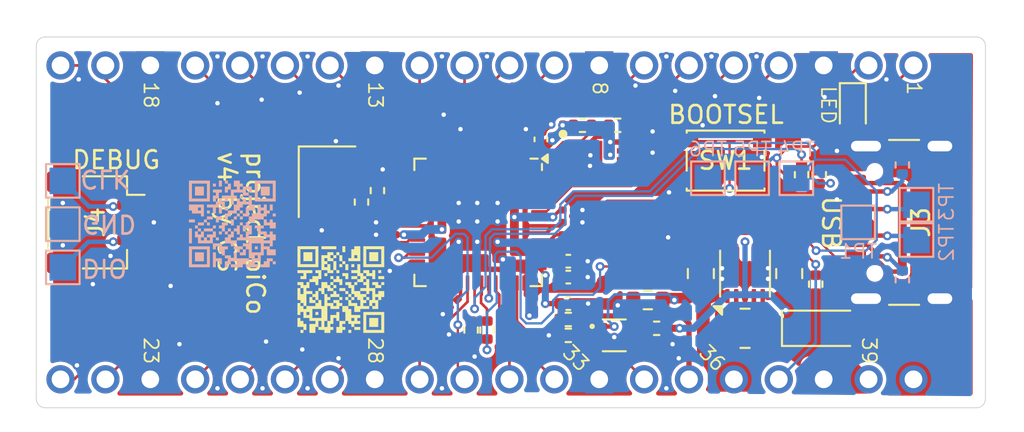
<source format=kicad_pcb>
(kicad_pcb (version 20240108) (generator "pcbnew") (generator_version "8.0")
  (title_block (title "project piCo") (date "2024-08-05") (rev "4") (company "Carlos Sabogal"))
  (layers (0 "F.Cu" signal) (31 "B.Cu" power) (34 "B.Paste" user) (35 "F.Paste" user) (36 "B.SilkS" user "B.Silkscreen") (37 "F.SilkS" user "F.Silkscreen") (38 "B.Mask" user) (39 "F.Mask" user) (44 "Edge.Cuts" user))
  (net 0 "")
  (net 1 "+3V3")
  (net 2 "VS")
  (net 3 "VBUS")
  (net 4 "Net-(U2-LX1)")
  (net 5 "Net-(U2-LX2)")
  (net 6 "Net-(D2-A)")
  (net 7 "ADC_AVDD")
  (net 8 "XIN")
  (net 9 "QSPI_SS")
  (net 10 "QSPI_SD1")
  (net 11 "QSPI_SD2")
  (net 12 "/3V3_EN")
  (net 13 "Net-(J3-CC1)")
  (net 15 "Net-(Q1-D)")
  (net 16 "+1V1")
  (net 17 "QSPI_SD0")
  (net 18 "QSPI_SCLK")
  (net 19 "/XR")
  (net 20 "QSPI_SD3")
  (net 21 "GPIO0")
  (net 22 "GPIO1")
  (net 23 "GPIO2")
  (net 24 "GPIO3")
  (net 25 "GPIO4")
  (net 26 "GPIO5")
  (net 27 "GPIO6")
  (net 28 "GPIO7")
  (net 30 "GPIO8")
  (net 31 "GPIO9")
  (net 32 "GPIO10")
  (net 33 "GPIO11")
  (net 34 "GPIO12")
  (net 35 "GPIO13")
  (net 36 "GPIO14")
  (net 37 "GPIO15")
  (net 38 "GPIO16")
  (net 39 "GPIO17")
  (net 40 "GPIO18")
  (net 41 "GPIO19")
  (net 42 "GPIO20")
  (net 43 "GPIO21")
  (net 44 "GPIO22")
  (net 45 "RUN")
  (net 46 "GPIO26_ADC0")
  (net 47 "GPIO27_ADC1")
  (net 48 "GPIO28_ADC2")
  (net 49 "ADC_VREF")
  (net 50 "USB_DP")
  (net 51 "USB_DM")
  (net 52 "SWCLK")
  (net 53 "SWDIO")
  (net 54 "GPIO29_ADC3")
  (net 55 "Net-(J3-CC2)")
  (net 57 "GND")
  (net 58 "GPIO24")
  (net 59 "GPIO25")
  (net 60 "GPIO23")
  (net 61 "/RP2040/USB_DPX")
  (net 62 "XOUT")
  (net 63 "/RP2040/USB_DMX")
  (net 64 "Net-(SW1-A)")
  (footprint "Fiducial:Fiducial_1mm_Mask2mm" (layer "F.Cu") (at 130.6 109.7 -90)
    (property "Reference" "FID2" (hide yes))
    (property "Value" "Fiducial")
  )
  (footprint "Resistor_SMD:R_0402_1005Metric" (layer "F.Cu") (at 155.85 99 180)
    (property "Reference" "R4" (hide yes))
    (property "Value" "NO-FIT")
  )
  (footprint "Capacitor_SMD:C_0805_2012Metric" (layer "F.Cu") (at 167.55 107.4 90)
    (property "Reference" "C1" (hide yes))
    (property "Value" "47u")
  )
  (footprint "Inductor_SMD:L_1008_2520Metric" (layer "F.Cu") (at 165.05 110.5 180)
    (property "Reference" "L1" (hide yes))
    (property "Value" "SRN2512-2R2M")
  )
  (footprint "Resistor_SMD:R_0402_1005Metric" (layer "F.Cu") (at 155.05 110 180)
    (property "Reference" "R9" (hide yes))
    (property "Value" "1R")
  )
  (footprint "Pico_C:CON_PICO_21-40" (layer "F.Cu") (at 150.45 113.39 -90)
    (property "Reference" "J2" (hide yes))
    (property "Value" "~")
  )
  (footprint "Pico_C:SON50P300X200X60-9N" (layer "F.Cu") (at 156.85 100.7)
    (property "Reference" "U3" (hide yes))
    (property "Value" "W25Q16JVUXIQ")
  )
  (footprint "Capacitor_SMD:C_0201_0603Metric" (layer "F.Cu") (at 144.95 104.5 180)
    (property "Reference" "C8" (hide yes))
    (property "Value" "100n")
  )
  (footprint "Resistor_SMD:R_0402_1005Metric" (layer "F.Cu") (at 160.05 110.5)
    (property "Reference" "R5" (hide yes))
    (property "Value" "200k")
  )
  (footprint "Capacitor_SMD:C_0402_1005Metric" (layer "F.Cu") (at 155.05 109.1)
    (property "Reference" "C13" (hide yes))
    (property "Value" "2u2")
  )
  (footprint "Resistor_SMD:R_0402_1005Metric" (layer "F.Cu") (at 169.05 108 -90)
    (property "Reference" "R2" (hide yes))
    (property "Value" "100k")
  )
  (footprint "Button_Switch_SMD:SW_SPST_PTS810" (layer "F.Cu") (at 163.95 101)
    (property "Reference" "SW1")
    (property "Value" "PTS810 SJK 250 SMTR LFS")
  )
  (footprint "Package_TO_SOT_SMD:SOT-523" (layer "F.Cu") (at 157.65 110.9)
    (property "Reference" "Q1" (hide yes))
    (property "Value" "DMG1012T-7")
  )
  (footprint "Resistor_SMD:R_0201_0603Metric" (layer "F.Cu") (at 155.05 105.9 180)
    (property "Reference" "R13" (hide yes))
    (property "Value" "27R")
  )
  (footprint "Resistor_SMD:R_0402_1005Metric" (layer "F.Cu") (at 157.85 99)
    (property "Reference" "R11" (hide yes))
    (property "Value" "1k")
  )
  (footprint "Capacitor_SMD:C_0201_0603Metric" (layer "F.Cu") (at 148.55 109.1 -135)
    (property "Reference" "C6" (hide yes))
    (property "Value" "100n")
  )
  (footprint "Capacitor_SMD:C_0201_0603Metric" (layer "F.Cu") (at 152.65 100 90)
    (property "Reference" "C4" (hide yes))
    (property "Value" "100n")
  )
  (footprint "Capacitor_SMD:C_0201_0603Metric" (layer "F.Cu") (at 144.95 105.2 180)
    (property "Reference" "C9" (hide yes))
    (property "Value" "100n")
  )
  (footprint "Capacitor_SMD:C_0402_1005Metric" (layer "F.Cu") (at 155.05 107.6)
    (property "Reference" "C14" (hide yes))
    (property "Value" "2u2")
  )
  (footprint "Resistor_SMD:R_0402_1005Metric" (layer "F.Cu") (at 143.35 103.35 90)
    (property "Reference" "R14" (hide yes))
    (property "Value" "1k")
  )
  (footprint "Capacitor_SMD:C_0201_0603Metric" (layer "F.Cu") (at 155.05 103.8)
    (property "Reference" "C11" (hide yes))
    (property "Value" "100n")
  )
  (footprint "Resistor_SMD:R_0402_1005Metric" (layer "F.Cu") (at 169.25 101.8 90)
    (property "Reference" "R8" (hide yes))
    (property "Value" "100k")
  )
  (footprint "Resistor_SMD:R_0402_1005Metric" (layer "F.Cu") (at 150.45 110.6 -90)
    (property "Reference" "R10" (hide yes))
    (property "Value" "5k6")
  )
  (footprint "Resistor_SMD:R_0603_1608Metric" (layer "F.Cu") (at 159.55 108.9 180)
    (property "Reference" "R7" (hide yes))
    (property "Value" "200R")
  )
  (footprint "Resistor_SMD:R_0402_1005Metric" (layer "F.Cu") (at 144.25 102.7 -90)
    (property "Reference" "R15" (hide yes))
    (property "Value" "NO-FIT")
  )
  (footprint "Pico_C:CON_PICO_1-20" (layer "F.Cu") (at 150.45 95.61 -90)
    (property "Reference" "J1" (hide yes))
    (property "Value" "~")
  )
  (footprint "Resistor_SMD:R_0402_1005Metric" (layer "F.Cu") (at 168.25 101.8 -90)
    (property "Reference" "R3" (hide yes))
    (property "Value" "470R")
  )
  (footprint "Capacitor_SMD:C_0402_1005Metric" (layer "F.Cu") (at 153.5 99.8 90)
    (property "Reference" "C18" (hide yes))
    (property "Value" "2u2")
  )
  (footprint "Capacitor_SMD:C_0201_0603Metric" (layer "F.Cu") (at 159.85 111.4)
    (property "Reference" "C3" (hide yes))
    (property "Value" "1n")
  )
  (footprint "Capacitor_SMD:C_0201_0603Metric" (layer "F.Cu") (at 141.9 104.5 180)
    (property "Reference" "C17" (hide yes))
    (property "Value" "15p")
  )
  (footprint "Connector_USB:USB_C_Receptacle_GCT_USB4105-xx-A_16P_TopMnt_Horizontal" (layer "F.Cu") (at 175 104.5 90)
    (property "Reference" "J3")
    (property "Value" "USB_C_Receptacle_USB2.0_16P")
  )
  (footprint "Capacitor_SMD:C_0805_2012Metric" (layer "F.Cu") (at 162.55 107.4 90)
    (property "Reference" "C2" (hide yes))
    (property "Value" "47u")
  )
  (footprint "LED_SMD:LED_0603_1608Metric" (layer "F.Cu") (at 171.15 98.1 -90)
    (property "Reference" "D2" (hide yes))
    (property "Value" "LTST-C191KGKT")
  )
  (footprint "Fiducial:Fiducial_1mm_Mask2mm" (layer "F.Cu") (at 168.35 98.7 -90)
    (property "Reference" "FID1" (hide yes))
    (property "Value" "Fiducial")
  )
  (footprint "Package_DFN_QFN:DFN-10-1EP_2.6x2.6mm_P0.5mm_EP1.3x2.2mm" (layer "F.Cu") (at 165.05 107.4 90)
    (property "Reference" "U2" (hide yes))
    (property "Value" "RT6150B-33GQW")
  )
  (footprint "Resistor_SMD:R_0201_0603Metric" (layer "F.Cu") (at 155.05 105.2 180)
    (property "Reference" "R12" (hide yes))
    (property "Value" "27R")
  )
  (footprint "Capacitor_SMD:C_0201_0603Metric" (layer "F.Cu") (at 148.95 100 90)
    (property "Reference" "C5" (hide yes))
    (property "Value" "100n")
  )
  (footprint "Resistor_SMD:R_0402_1005Metric" (layer "F.Cu") (at 155.05 110.9)
    (property "Reference" "R6" (hide yes))
    (property "Value" "100k")
  )
  (footprint "Crystal:Crystal_SMD_SeikoEpson_FA238-4Pin_3.2x2.5mm" (layer "F.Cu") (at 141.4 102.2 -90)
    (property "Reference" "Y1" (hide yes))
    (property "Value" "ECS-120-8-33-JGN-TR")
  )
  (footprint "Connector_JST:JST_SH_SM03B-SRSS-TB_1x03-1MP_P1.00mm_Horizontal" (layer "F.Cu") (at 128.3 104.5 -90)
    (property "Reference" "J4")
    (property "Value" "SM03B-SRSS-TB")
  )
  (footprint "Capacitor_SMD:C_0201_0603Metric" (layer "F.Cu") (at 155.05 104.5)
    (property "Reference" "C10" (hide yes))
    (property "Value" "100n")
  )
  (footprint "Capacitor_SMD:C_0201_0603Metric" (layer "F.Cu") (at 140.9 99.9)
    (property "Reference" "C16" (hide yes))
    (property "Value" "15p")
  )
  (footprint "Capacitor_SMD:C_0402_1005Metric" (layer "F.Cu") (at 155.05 106.7)
    (property "Reference" "C12" (hide yes))
    (property "Value" "2u2")
  )
  (footprint "Capacitor_SMD:C_0201_0603Metric" (layer "F.Cu") (at 159.5 99.95)
    (property "Reference" "C15" (hide yes))
    (property "Value" "100n")
  )
  (footprint "Package_DFN_QFN:QFN-56-1EP_7x7mm_P0.4mm_EP3.2x3.2mm" (layer "F.Cu") (at 149.95 104.5 -90)
    (property "Reference" "U1" (hide yes))
    (property "Value" "RP2040")
  )
  (footprint "Diode_SMD:D_SOD-123F" (layer "F.Cu") (at 169.35 110.5)
    (property "Reference" "D1" (hide yes))
    (property "Value" "MBR1020VL_R1_00001")
  )
  (footprint "Capacitor_SMD:C_0201_0603Metric" (layer "F.Cu") (at 152.85 109 -90)
    (property "Reference" "C7" (hide yes))
    (property "Value" "100n")
  )
  (footprint "Resistor_SMD:R_0402_1005Metric" (layer "F.Cu") (at 149.55 110.6 90)
    (property "Reference" "R1" (hide yes))
    (property "Value" "10k")
  )
  (footprint "TestPoint:TestPoint_Pad_1.5x1.5mm" (layer "B.Cu") (at 126.45 102.15 180)
    (property "Reference" "TP7" (hide yes))
    (property "Value" "TestPoint")
  )
  (footprint "TestPoint:TestPoint_Pad_1.5x1.5mm" (layer "B.Cu") (at 126.45 107.05 180)
    (property "Reference" "TP9" (hide yes))
    (property "Value" "TestPoint")
  )
  (footprint "TestPoint:TestPoint_Pad_1.5x1.5mm" (layer "B.Cu") (at 174.75 105.5 180)
    (property "Reference" "TP2")
    (property "Value" "TestPoint")
  )
  (footprint "TestPoint:TestPoint_Pad_1.5x1.5mm" (layer "B.Cu") (at 167.95 102 180)
    (property "Reference" "TP4")
    (property "Value" "TestPoint")
  )
  (footprint "TestPoint:TestPoint_Pad_1.5x1.5mm" (layer "B.Cu") (at 126.45 104.6 180)
    (property "Reference" "TP8" (hide yes))
    (property "Value" "TestPoint")
  )
  (footprint "Resistor_SMD:R_0402_1005Metric" (layer "B.Cu") (at 173.95 107.75 -90)
    (property "Reference" "R16" (hide yes))
    (property "Value" "5k1")
  )
  (footprint "TestPoint:TestPoint_Pad_1.5x1.5mm" (layer "B.Cu") (at 174.75 103.5 180)
    (property "Reference" "TP3")
    (property "Value" "TestPoint")
  )
  (footprint "TestPoint:TestPoint_Pad_1.5x1.5mm" (layer "B.Cu") (at 165.45 102 180)
    (property "Reference" "TP5")
    (property "Value" "TestPoint")
  )
  (footprint "TestPoint:TestPoint_Pad_1.5x1.5mm" (layer "B.Cu") (at 171.45 104.5 180)
    (property "Reference" "TP1")
    (property "Value" "TestPoint")
  )
  (footprint "TestPoint:TestPoint_Pad_1.5x1.5mm" (layer "B.Cu") (at 162.95 102 180)
    (property "Reference" "TP6")
    (property "Value" "TestPoint")
  )
  (footprint "Resistor_SMD:R_0402_1005Metric" (layer "B.Cu") (at 173.95 101.25 90)
    (property "Reference" "R17" (hide yes))
    (property "Value" "5k1")
  )
  (gr_poly (pts (xy 135.111067 106.536066) (xy 135.449733 106.536066) (xy 135.449733 106.874733) (xy 135.2804 106.874733) (xy 135.2804 106.705399) (xy 135.111067 106.705399) (xy 135.111067 107.044066) (xy 134.941733 107.044066) (xy 134.941733 106.197399) (xy 135.111067 106.197399)) (stroke (width -0.000001)) (fill solid) (layer "B.SilkS"))
  (gr_poly (pts (xy 135.111067 102.472066) (xy 134.941733 102.472066) (xy 134.941733 102.302733) (xy 135.111067 102.302733)) (stroke (width -0.000001)) (fill solid) (layer "B.SilkS"))
  (gr_poly (pts (xy 135.7884 102.302733) (xy 135.619067 102.302733) (xy 135.619067 102.1334) (xy 135.7884 102.1334)) (stroke (width -0.000001)) (fill solid) (layer "B.SilkS"))
  (gr_poly (pts (xy 134.095067 105.181399) (xy 134.2644 105.181399) (xy 134.2644 105.012066) (xy 134.433733 105.012066) (xy 134.433733 105.350733) (xy 134.603067 105.350733) (xy 134.603067 105.181399) (xy 134.941733 105.181399) (xy 134.941733 105.012066) (xy 135.111067 105.012066) (xy 135.111067 105.350733) (xy 134.941733 105.350733) (xy 134.941733 105.6894) (xy 134.095067 105.6894) (xy 134.095067 105.520066) (xy 134.2644 105.520066) (xy 134.433733 105.520066) (xy 134.603067 105.520066) (xy 134.7724 105.520066) (xy 134.7724 105.350733) (xy 134.603067 105.350733) (xy 134.603067 105.520066) (xy 134.433733 105.520066) (xy 134.433733 105.350733) (xy 134.2644 105.350733) (xy 134.2644 105.520066) (xy 134.095067 105.520066) (xy 134.095067 105.350733) (xy 133.925733 105.350733) (xy 133.925733 105.012066) (xy 134.095067 105.012066)) (stroke (width -0.000001)) (fill solid) (layer "B.SilkS"))
  (gr_poly (pts (xy 138.497733 104.1654) (xy 138.3284 104.1654) (xy 138.3284 103.996066) (xy 138.497733 103.996066)) (stroke (width -0.000001)) (fill solid) (layer "B.SilkS"))
  (gr_poly (pts (xy 134.095067 104.842733) (xy 133.925733 104.842733) (xy 133.925733 104.673399) (xy 134.095067 104.673399)) (stroke (width -0.000001)) (fill solid) (layer "B.SilkS"))
  (gr_poly (pts (xy 135.449733 103.996066) (xy 135.2804 103.996066) (xy 135.2804 103.6574) (xy 135.449733 103.6574)) (stroke (width -0.000001)) (fill solid) (layer "B.SilkS"))
  (gr_poly (pts (xy 136.8044 106.366733) (xy 136.465733 106.366733) (xy 136.465733 106.197399) (xy 136.635066 106.197399) (xy 136.635066 106.028066) (xy 136.8044 106.028066)) (stroke (width -0.000001)) (fill solid) (layer "B.SilkS"))
  (gr_poly (pts (xy 134.7724 104.673399) (xy 134.603067 104.673399) (xy 134.603067 104.504066) (xy 134.7724 104.504066)) (stroke (width -0.000001)) (fill solid) (layer "B.SilkS"))
  (gr_poly (pts (xy 134.7724 103.996066) (xy 134.603067 103.996066) (xy 134.603067 103.826733) (xy 134.7724 103.826733)) (stroke (width -0.000001)) (fill solid) (layer "B.SilkS"))
  (gr_poly (pts (xy 135.7884 103.826733) (xy 135.619067 103.826733) (xy 135.619067 103.6574) (xy 135.7884 103.6574)) (stroke (width -0.000001)) (fill solid) (layer "B.SilkS"))
  (gr_poly (pts (xy 136.2964 106.536066) (xy 136.973733 106.536066) (xy 136.973733 106.705399) (xy 136.8044 106.705399) (xy 136.8044 106.874733) (xy 136.635066 106.874733) (xy 136.635066 107.044066) (xy 135.957733 107.044066) (xy 135.957733 106.874733) (xy 136.2964 106.874733) (xy 136.2964 106.705399) (xy 135.957733 106.705399) (xy 135.957733 106.874733) (xy 135.7884 106.874733) (xy 135.7884 107.044066) (xy 135.619067 107.044066) (xy 135.619067 106.705399) (xy 135.7884 106.705399) (xy 135.7884 106.536066) (xy 135.619067 106.536066) (xy 135.619067 106.366733) (xy 135.957733 106.366733) (xy 135.957733 106.536066) (xy 136.127066 106.536066) (xy 136.127066 106.197399) (xy 136.2964 106.197399)) (stroke (width -0.000001)) (fill solid) (layer "B.SilkS"))
  (gr_poly (pts (xy 135.2804 105.520066) (xy 135.111067 105.520066) (xy 135.111067 105.350733) (xy 135.2804 105.350733)) (stroke (width -0.000001)) (fill solid) (layer "B.SilkS"))
  (gr_poly (pts (xy 136.127066 105.350733) (xy 135.957733 105.350733) (xy 135.957733 105.520066) (xy 136.2964 105.520066) (xy 136.2964 105.6894) (xy 136.127066 105.6894) (xy 136.127066 105.858733) (xy 135.957733 105.858733) (xy 135.957733 105.6894) (xy 135.619067 105.6894) (xy 135.619067 105.350733) (xy 135.7884 105.350733) (xy 135.7884 105.181399) (xy 135.957733 105.181399) (xy 135.957733 105.012066) (xy 136.127066 105.012066)) (stroke (width -0.000001)) (fill solid) (layer "B.SilkS"))
  (gr_poly (pts (xy 138.497733 106.874733) (xy 138.3284 106.874733) (xy 138.3284 106.705399) (xy 138.497733 106.705399)) (stroke (width -0.000001)) (fill solid) (layer "B.SilkS"))
  (gr_poly (pts (xy 134.603067 104.504066) (xy 134.433733 104.504066) (xy 134.433733 104.334733) (xy 134.603067 104.334733)) (stroke (width -0.000001)) (fill solid) (layer "B.SilkS"))
  (gr_poly (pts (xy 135.449733 104.334733) (xy 135.2804 104.334733) (xy 135.2804 104.504066) (xy 135.111067 104.504066) (xy 135.111067 104.1654) (xy 135.449733 104.1654)) (stroke (width -0.000001)) (fill solid) (layer "B.SilkS"))
  (gr_poly (pts (xy 138.159066 102.980066) (xy 137.651066 102.980066) (xy 137.651066 102.472066) (xy 138.159066 102.472066)) (stroke (width -0.000001)) (fill solid) (layer "B.SilkS"))
  (gr_poly (pts (xy 137.481733 106.028066) (xy 137.3124 106.028066) (xy 137.3124 105.858733) (xy 137.481733 105.858733)) (stroke (width -0.000001)) (fill solid) (layer "B.SilkS"))
  (gr_poly (pts (xy 134.941733 104.334733) (xy 134.603067 104.334733) (xy 134.603067 104.1654) (xy 134.941733 104.1654)) (stroke (width -0.000001)) (fill solid) (layer "B.SilkS"))
  (gr_poly (pts (xy 135.111067 104.842733) (xy 134.941733 104.842733) (xy 134.941733 104.673399) (xy 135.111067 104.673399)) (stroke (width -0.000001)) (fill solid) (layer "B.SilkS"))
  (gr_poly (pts (xy 135.449733 102.810733) (xy 135.2804 102.810733) (xy 135.2804 103.1494) (xy 135.111067 103.1494) (xy 135.111067 103.318733) (xy 134.941733 103.318733) (xy 134.941733 102.980066) (xy 135.111067 102.980066) (xy 135.111067 102.810733) (xy 134.941733 102.810733) (xy 134.941733 102.6414) (xy 135.449733 102.6414)) (stroke (width -0.000001)) (fill solid) (layer "B.SilkS"))
  (gr_poly (pts (xy 134.7724 103.318733) (xy 133.587067 103.318733) (xy 133.587067 103.1494) (xy 133.7564 103.1494) (xy 134.603067 103.1494) (xy 134.603067 102.302733) (xy 133.7564 102.302733) (xy 133.7564 103.1494) (xy 133.587067 103.1494) (xy 133.587067 102.1334) (xy 134.7724 102.1334)) (stroke (width -0.000001)) (fill solid) (layer "B.SilkS"))
  (gr_poly (pts (xy 136.635066 106.028066) (xy 136.465733 106.028066) (xy 136.465733 106.197399) (xy 136.2964 106.197399) (xy 136.2964 106.028066) (xy 136.127066 106.028066) (xy 136.127066 105.858733) (xy 136.635066 105.858733)) (stroke (width -0.000001)) (fill solid) (layer "B.SilkS"))
  (gr_poly (pts (xy 135.957733 105.012066) (xy 135.7884 105.012066) (xy 135.7884 104.842733) (xy 135.957733 104.842733)) (stroke (width -0.000001)) (fill solid) (layer "B.SilkS"))
  (gr_poly (pts (xy 134.433733 106.705399) (xy 133.925733 106.705399) (xy 133.925733 106.197399) (xy 134.433733 106.197399)) (stroke (width -0.000001)) (fill solid) (layer "B.SilkS"))
  (gr_poly (pts (xy 137.651066 103.6574) (xy 137.8204 103.6574) (xy 137.8204 103.488066) (xy 137.989733 103.488066) (xy 137.989733 103.826733) (xy 138.159066 103.826733) (xy 138.159066 103.996066) (xy 137.989733 103.996066) (xy 137.989733 104.1654) (xy 137.8204 104.1654) (xy 137.8204 104.334733) (xy 137.3124 104.334733) (xy 137.3124 104.504066) (xy 136.973733 104.504066) (xy 136.973733 104.1654) (xy 137.143067 104.1654) (xy 137.143067 103.996066) (xy 137.481733 103.996066) (xy 137.651066 103.996066) (xy 137.8204 103.996066) (xy 137.8204 103.826733) (xy 137.651066 103.826733) (xy 137.651066 103.996066) (xy 137.481733 103.996066) (xy 137.481733 103.488066) (xy 137.651066 103.488066)) (stroke (width -0.000001)) (fill solid) (layer "B.SilkS"))
  (gr_poly (pts (xy 136.127066 104.673399) (xy 135.957733 104.673399) (xy 135.957733 104.334733) (xy 136.127066 104.334733)) (stroke (width -0.000001)) (fill solid) (layer "B.SilkS"))
  (gr_poly (pts (xy 136.635066 103.1494) (xy 136.465733 103.1494) (xy 136.465733 102.980066) (xy 136.635066 102.980066)) (stroke (width -0.000001)) (fill solid) (layer "B.SilkS"))
  (gr_poly (pts (xy 133.925733 104.504066) (xy 133.587067 104.504066) (xy 133.587067 104.334733) (xy 133.925733 104.334733)) (stroke (width -0.000001)) (fill solid) (layer "B.SilkS"))
  (gr_poly (pts (xy 135.7884 104.673399) (xy 135.619067 104.673399) (xy 135.619067 105.012066) (xy 135.449733 105.012066) (xy 135.449733 104.842733) (xy 135.2804 104.842733) (xy 135.2804 104.673399) (xy 135.449733 104.673399) (xy 135.449733 104.504066) (xy 135.7884 104.504066)) (stroke (width -0.000001)) (fill solid) (layer "B.SilkS"))
  (gr_poly (pts (xy 135.449733 102.472066) (xy 135.2804 102.472066) (xy 135.2804 102.1334) (xy 135.449733 102.1334)) (stroke (width -0.000001)) (fill solid) (layer "B.SilkS"))
  (gr_poly (pts (xy 138.497733 103.318733) (xy 137.3124 103.318733) (xy 137.3124 103.1494) (xy 137.481733 103.1494) (xy 138.3284 103.1494) (xy 138.3284 102.302733) (xy 137.481733 102.302733) (xy 137.481733 103.1494) (xy 137.3124 103.1494) (xy 137.3124 102.1334) (xy 138.497733 102.1334)) (stroke (width -0.000001)) (fill solid) (layer "B.SilkS"))
  (gr_poly (pts (xy 138.3284 106.705399) (xy 138.159066 106.705399) (xy 138.159066 107.044066) (xy 137.651066 107.044066) (xy 137.651066 106.874733) (xy 137.8204 106.874733) (xy 137.8204 106.705399) (xy 137.989733 106.705399) (xy 137.989733 106.536066) (xy 138.3284 106.536066)) (stroke (width -0.000001)) (fill solid) (layer "B.SilkS"))
  (gr_poly (pts (xy 134.7724 107.044066) (xy 133.587067 107.044066) (xy 133.587067 106.874733) (xy 133.7564 106.874733) (xy 134.603067 106.874733) (xy 134.603067 106.028066) (xy 133.7564 106.028066) (xy 133.7564 106.874733) (xy 133.587067 106.874733) (xy 133.587067 105.858733) (xy 134.7724 105.858733)) (stroke (width -0.000001)) (fill solid) (layer "B.SilkS"))
  (gr_poly (pts (xy 135.449733 105.181399) (xy 135.2804 105.181399) (xy 135.2804 105.012066) (xy 135.449733 105.012066)) (stroke (width -0.000001)) (fill solid) (layer "B.SilkS"))
  (gr_poly (pts (xy 136.635066 104.673399) (xy 136.465733 104.673399) (xy 136.465733 104.504066) (xy 136.635066 104.504066)) (stroke (width -0.000001)) (fill solid) (layer "B.SilkS"))
  (gr_poly (pts (xy 137.143067 103.488066) (xy 137.3124 103.488066) (xy 137.3124 103.826733) (xy 136.973733 103.826733) (xy 136.973733 104.1654) (xy 136.635066 104.1654) (xy 136.635066 103.996066) (xy 136.8044 103.996066) (xy 136.8044 103.6574) (xy 136.973733 103.6574) (xy 136.973733 103.488066) (xy 136.635066 103.488066) (xy 136.635066 103.6574) (xy 136.465733 103.6574) (xy 136.465733 103.826733) (xy 136.2964 103.826733) (xy 136.2964 103.996066) (xy 135.957733 103.996066) (xy 135.957733 104.1654) (xy 135.7884 104.1654) (xy 135.7884 104.334733) (xy 135.619067 104.334733) (xy 135.619067 103.996066) (xy 135.7884 103.996066) (xy 135.7884 103.826733) (xy 136.127066 103.826733) (xy 136.127066 103.488066) (xy 136.2964 103.488066) (xy 136.2964 103.1494) (xy 136.465733 103.1494) (xy 136.465733 103.318733) (xy 136.635066 103.318733) (xy 136.635066 103.1494) (xy 136.8044 103.1494) (xy 136.8044 103.318733) (xy 136.973733 103.318733) (xy 136.973733 102.980066) (xy 137.143067 102.980066)) (stroke (width -0.000001)) (fill solid) (layer "B.SilkS"))
  (gr_poly (pts (xy 134.2644 105.012066) (xy 134.095067 105.012066) (xy 134.095067 104.842733) (xy 134.2644 104.842733)) (stroke (width -0.000001)) (fill solid) (layer "B.SilkS"))
  (gr_poly (pts (xy 135.7884 105.181399) (xy 135.619067 105.181399) (xy 135.619067 105.012066) (xy 135.7884 105.012066)) (stroke (width -0.000001)) (fill solid) (layer "B.SilkS"))
  (gr_poly (pts (xy 136.973733 104.673399) (xy 137.143067 104.673399) (xy 137.143067 105.181399) (xy 136.973733 105.181399) (xy 136.973733 105.350733) (xy 137.8204 105.350733) (xy 137.8204 105.181399) (xy 137.481733 105.181399) (xy 137.481733 104.842733) (xy 137.3124 104.842733) (xy 137.3124 104.673399) (xy 137.8204 104.673399) (xy 137.8204 104.842733) (xy 137.651066 104.842733) (xy 137.651066 105.012066) (xy 137.989733 105.012066) (xy 137.989733 105.181399) (xy 138.159066 105.181399) (xy 138.159066 105.012066) (xy 138.3284 105.012066) (xy 138.3284 105.181399) (xy 138.497733 105.181399) (xy 138.497733 105.520066) (xy 138.3284 105.520066) (xy 138.3284 105.858733) (xy 138.159066 105.858733) (xy 138.159066 106.028066) (xy 138.497733 106.028066) (xy 138.497733 106.366733) (xy 137.989733 106.366733) (xy 137.989733 106.028066) (xy 137.8204 106.028066) (xy 137.8204 106.366733) (xy 137.651066 106.366733) (xy 137.651066 106.705399) (xy 137.3124 106.705399) (xy 137.3124 106.874733) (xy 137.481733 106.874733) (xy 137.481733 107.044066) (xy 136.8044 107.044066) (xy 136.8044 106.874733) (xy 136.973733 106.874733) (xy 136.973733 106.705399) (xy 137.143067 106.705399) (xy 137.143067 106.536066) (xy 137.3124 106.536066) (xy 137.481733 106.536066) (xy 137.481733 106.366733) (xy 137.3124 106.366733) (xy 137.3124 106.536066) (xy 137.143067 106.536066) (xy 136.973733 106.536066) (xy 136.973733 106.197399) (xy 137.143067 106.197399) (xy 137.651066 106.197399) (xy 137.651066 105.858733) (xy 137.8204 105.858733) (xy 138.159066 105.858733) (xy 138.159066 105.6894) (xy 137.8204 105.6894) (xy 137.8204 105.858733) (xy 137.651066 105.858733) (xy 137.651066 105.6894) (xy 137.143067 105.6894) (xy 137.143067 106.197399) (xy 136.973733 106.197399) (xy 136.973733 106.028066) (xy 136.8044 106.028066) (xy 136.8044 105.858733) (xy 136.635066 105.858733) (xy 136.635066 105.6894) (xy 136.973733 105.6894) (xy 136.973733 105.520066) (xy 137.8204 105.520066) (xy 138.159066 105.520066) (xy 138.159066 105.350733) (xy 137.8204 105.350733) (xy 137.8204 105.520066) (xy 136.973733 105.520066) (xy 136.2964 105.520066) (xy 136.2964 105.350733) (xy 136.465733 105.350733) (xy 136.465733 105.181399) (xy 136.635066 105.181399) (xy 136.635066 105.350733) (xy 136.8044 105.350733) (xy 136.8044 105.012066) (xy 136.973733 105.012066) (xy 136.973733 104.842733) (xy 136.8044 104.842733) (xy 136.8044 105.012066) (xy 136.635066 105.012066) (xy 136.635066 104.673399) (xy 136.8044 104.673399) (xy 136.8044 104.504066) (xy 136.973733 104.504066)) (stroke (width -0.000001)) (fill solid) (layer "B.SilkS"))
  (gr_poly (pts (xy 138.3284 103.826733) (xy 138.159066 103.826733) (xy 138.159066 103.488066) (xy 138.3284 103.488066)) (stroke (width -0.000001)) (fill solid) (layer "B.SilkS"))
  (gr_poly (pts (xy 134.433733 104.673399) (xy 134.095067 104.673399) (xy 134.095067 104.504066) (xy 134.433733 104.504066)) (stroke (width -0.000001)) (fill solid) (layer "B.SilkS"))
  (gr_poly (pts (xy 135.449733 103.318733) (xy 135.619067 103.318733) (xy 135.619067 103.6574) (xy 135.449733 103.6574) (xy 135.449733 103.488066) (xy 135.2804 103.488066) (xy 135.2804 103.6574) (xy 135.111067 103.6574) (xy 135.111067 103.996066) (xy 134.941733 103.996066) (xy 134.941733 103.6574) (xy 134.603067 103.6574) (xy 134.603067 103.488066) (xy 135.111067 103.488066) (xy 135.111067 103.318733) (xy 135.2804 103.318733) (xy 135.2804 103.1494) (xy 135.449733 103.1494)) (stroke (width -0.000001)) (fill solid) (layer "B.SilkS"))
  (gr_poly (pts (xy 136.465733 104.1654) (xy 136.2964 104.1654) (xy 136.2964 103.996066) (xy 136.465733 103.996066)) (stroke (width -0.000001)) (fill solid) (layer "B.SilkS"))
  (gr_poly (pts (xy 137.989733 104.504066) (xy 138.159066 104.504066) (xy 138.159066 104.334733) (xy 138.3284 104.334733) (xy 138.3284 104.504066) (xy 138.497733 104.504066) (xy 138.497733 104.842733) (xy 138.159066 104.842733) (xy 138.159066 104.673399) (xy 137.8204 104.673399) (xy 137.8204 104.334733) (xy 137.989733 104.334733)) (stroke (width -0.000001)) (fill solid) (layer "B.SilkS"))
  (gr_poly (pts (xy 136.465733 102.302733) (xy 136.635066 102.302733) (xy 136.635066 102.472066) (xy 136.465733 102.472066) (xy 136.465733 102.6414) (xy 136.635066 102.6414) (xy 136.635066 102.472066) (xy 137.143067 102.472066) (xy 137.143067 102.810733) (xy 136.973733 102.810733) (xy 136.973733 102.980066) (xy 136.635066 102.980066) (xy 136.635066 102.810733) (xy 136.8044 102.810733) (xy 136.973733 102.810733) (xy 136.973733 102.6414) (xy 136.8044 102.6414) (xy 136.8044 102.810733) (xy 136.635066 102.810733) (xy 136.127066 102.810733) (xy 136.127066 102.980066) (xy 136.2964 102.980066) (xy 136.2964 103.1494) (xy 136.127066 103.1494) (xy 136.127066 103.488066) (xy 135.957733 103.488066) (xy 135.957733 103.1494) (xy 135.7884 103.1494) (xy 135.7884 103.318733) (xy 135.619067 103.318733) (xy 135.619067 103.1494) (xy 135.449733 103.1494) (xy 135.449733 102.980066) (xy 135.957733 102.980066) (xy 135.957733 102.6414) (xy 136.2964 102.6414) (xy 136.2964 102.472066) (xy 136.127066 102.472066) (xy 136.127066 102.1334) (xy 136.465733 102.1334)) (stroke (width -0.000001)) (fill solid) (layer "B.SilkS"))
  (gr_poly (pts (xy 134.433733 102.980066) (xy 133.925733 102.980066) (xy 133.925733 102.472066) (xy 134.433733 102.472066)) (stroke (width -0.000001)) (fill solid) (layer "B.SilkS"))
  (gr_poly (pts (xy 136.635066 103.996066) (xy 136.465733 103.996066) (xy 136.465733 103.826733) (xy 136.635066 103.826733)) (stroke (width -0.000001)) (fill solid) (layer "B.SilkS"))
  (gr_poly (pts (xy 133.7564 105.6894) (xy 133.587067 105.6894) (xy 133.587067 104.842733) (xy 133.7564 104.842733)) (stroke (width -0.000001)) (fill solid) (layer "B.SilkS"))
  (gr_poly (pts (xy 136.635066 104.334733) (xy 136.465733 104.334733) (xy 136.465733 104.1654) (xy 136.635066 104.1654)) (stroke (width -0.000001)) (fill solid) (layer "B.SilkS"))
  (gr_poly (pts (xy 134.433733 104.1654) (xy 134.2644 104.1654) (xy 134.2644 103.996066) (xy 133.7564 103.996066) (xy 133.7564 103.826733) (xy 134.095067 103.826733) (xy 134.2644 103.826733) (xy 134.2644 103.6574) (xy 134.095067 103.6574) (xy 134.095067 103.826733) (xy 133.7564 103.826733) (xy 133.587067 103.826733) (xy 133.587067 103.488066) (xy 134.433733 103.488066)) (stroke (width -0.000001)) (fill solid) (layer "B.SilkS"))
  (gr_poly (pts (xy 136.2964 104.334733) (xy 136.127066 104.334733) (xy 136.127066 104.1654) (xy 136.2964 104.1654)) (stroke (width -0.000001)) (fill solid) (layer "B.SilkS"))
  (gr_poly (pts (xy 135.449733 105.858733) (xy 135.7884 105.858733) (xy 135.7884 106.028066) (xy 135.619067 106.028066) (xy 135.619067 106.366733) (xy 135.449733 106.366733) (xy 135.449733 106.197399) (xy 135.2804 106.197399) (xy 135.2804 105.858733) (xy 135.111067 105.858733) (xy 135.111067 106.028066) (xy 134.941733 106.028066) (xy 134.941733 105.6894) (xy 135.449733 105.6894)) (stroke (width -0.000001)) (fill solid) (layer "B.SilkS"))
  (gr_poly (pts (xy 135.957733 102.6414) (xy 135.7884 102.6414) (xy 135.7884 102.810733) (xy 135.619067 102.810733) (xy 135.619067 102.472066) (xy 135.7884 102.472066) (xy 135.7884 102.302733) (xy 135.957733 102.302733)) (stroke (width -0.000001)) (fill solid) (layer "B.SilkS"))
  (gr_poly (pts (xy 136.465733 105.181399) (xy 136.2964 105.181399) (xy 136.2964 105.012066) (xy 136.127066 105.012066) (xy 136.127066 104.842733) (xy 136.2964 104.842733) (xy 136.2964 104.673399) (xy 136.465733 104.673399)) (stroke (width -0.000001)) (fill solid) (layer "B.SilkS"))
  (gr_poly (pts (xy 134.941733 105.012066) (xy 134.433733 105.012066) (xy 134.433733 104.842733) (xy 134.941733 104.842733)) (stroke (width -0.000001)) (fill solid) (layer "B.SilkS"))
  (gr_poly (pts (xy 140.402733 109.0676) (xy 140.402733 108.728933) (xy 140.572067 108.728933) (xy 140.572067 108.898266) (xy 140.7414 108.898266) (xy 140.7414 109.0676)) (stroke (width -0.000001)) (fill solid) (layer "F.SilkS"))
  (gr_poly (pts (xy 143.958733 107.712933) (xy 143.958733 107.5436) (xy 143.620066 107.5436) (xy 143.620066 107.374267) (xy 143.450733 107.374267) (xy 143.450733 107.204933) (xy 143.7894 107.204933) (xy 143.7894 107.374267) (xy 143.958733 107.374267) (xy 143.958733 107.204933) (xy 144.128066 107.204933) (xy 144.128066 107.712933)) (stroke (width -0.000001)) (fill solid) (layer "F.SilkS"))
  (gr_poly (pts (xy 142.434733 107.204933) (xy 142.434733 106.866267) (xy 142.604066 106.866267) (xy 142.604066 107.204933)) (stroke (width -0.000001)) (fill solid) (layer "F.SilkS"))
  (gr_poly (pts (xy 140.2334 108.5596) (xy 140.2334 109.236933) (xy 140.064067 109.236933) (xy 140.064067 109.0676) (xy 139.894733 109.0676) (xy 139.894733 108.898266) (xy 139.7254 108.898266) (xy 139.7254 108.220933) (xy 139.894733 108.220933) (xy 139.894733 108.5596) (xy 140.064067 108.5596) (xy 140.064067 108.220933) (xy 139.894733 108.220933) (xy 139.894733 108.0516) (xy 139.7254 108.0516) (xy 139.7254 107.882267) (xy 140.064067 107.882267) (xy 140.064067 108.0516) (xy 140.2334 108.0516) (xy 140.2334 107.882267) (xy 140.402733 107.882267) (xy 140.402733 108.220933) (xy 140.2334 108.220933) (xy 140.2334 108.390266) (xy 140.572067 108.390266) (xy 140.572067 108.5596)) (stroke (width -0.000001)) (fill solid) (layer "F.SilkS"))
  (gr_poly (pts (xy 142.096067 106.696933) (xy 142.096067 106.358267) (xy 142.2654 106.358267) (xy 142.2654 106.696933)) (stroke (width -0.000001)) (fill solid) (layer "F.SilkS"))
  (gr_poly (pts (xy 142.096067 107.0356) (xy 142.096067 106.866267) (xy 142.2654 106.866267) (xy 142.2654 107.0356)) (stroke (width -0.000001)) (fill solid) (layer "F.SilkS"))
  (gr_poly (pts (xy 141.588067 108.0516) (xy 141.588067 107.882267) (xy 141.7574 107.882267) (xy 141.7574 108.0516)) (stroke (width -0.000001)) (fill solid) (layer "F.SilkS"))
  (gr_poly (pts (xy 143.112066 109.914266) (xy 143.112066 110.0836) (xy 143.2814 110.0836) (xy 143.2814 110.252933) (xy 142.942733 110.252933) (xy 142.942733 110.422266) (xy 142.7734 110.422266) (xy 142.7734 110.252933) (xy 142.604066 110.252933) (xy 142.604066 110.0836) (xy 142.434733 110.0836) (xy 142.434733 109.5756) (xy 142.2654 109.5756) (xy 142.2654 109.236933) (xy 142.604066 109.236933) (xy 142.604066 109.406267) (xy 142.7734 109.406267) (xy 142.7734 109.744933) (xy 142.7734 109.914266) (xy 142.7734 110.0836) (xy 142.942733 110.0836) (xy 142.942733 109.914266) (xy 142.7734 109.914266) (xy 142.7734 109.744933) (xy 143.2814 109.744933) (xy 143.2814 109.914266)) (stroke (width -0.000001)) (fill solid) (layer "F.SilkS"))
  (gr_poly (pts (xy 142.942733 108.0516) (xy 142.942733 107.882267) (xy 143.112066 107.882267) (xy 143.112066 108.0516)) (stroke (width -0.000001)) (fill solid) (layer "F.SilkS"))
  (gr_poly (pts (xy 141.080066 106.0196) (xy 141.080066 105.850267) (xy 141.926733 105.850267) (xy 141.926733 106.0196)) (stroke (width -0.000001)) (fill solid) (layer "F.SilkS"))
  (gr_poly (pts (xy 142.7734 107.0356) (xy 142.7734 106.866267) (xy 142.942733 106.866267) (xy 142.942733 107.0356)) (stroke (width -0.000001)) (fill solid) (layer "F.SilkS"))
  (gr_poly (pts (xy 139.894733 110.760933) (xy 139.894733 110.5916) (xy 140.064067 110.5916) (xy 140.064067 110.760933)) (stroke (width -0.000001)) (fill solid) (layer "F.SilkS"))
  (gr_poly (pts (xy 141.588067 108.728933) (xy 141.588067 108.5596) (xy 141.7574 108.5596) (xy 141.7574 108.390266) (xy 141.926733 108.390266) (xy 141.926733 108.5596) (xy 142.096067 108.5596) (xy 142.096067 108.728933)) (stroke (width -0.000001)) (fill solid) (layer "F.SilkS"))
  (gr_poly (pts (xy 140.7414 109.744933) (xy 140.7414 109.5756) (xy 140.910733 109.5756) (xy 140.910733 109.744933)) (stroke (width -0.000001)) (fill solid) (layer "F.SilkS"))
  (gr_poly (pts (xy 143.450733 110.760933) (xy 143.450733 109.5756) (xy 143.620066 109.5756) (xy 143.620066 109.744933) (xy 143.620066 110.5916) (xy 144.466733 110.5916) (xy 144.466733 109.744933) (xy 143.620066 109.744933) (xy 143.620066 109.5756) (xy 144.636066 109.5756) (xy 144.636066 110.760933)) (stroke (width -0.000001)) (fill solid) (layer "F.SilkS"))
  (gr_poly (pts (xy 141.7574 108.220933) (xy 141.7574 108.0516) (xy 141.926733 108.0516) (xy 141.926733 108.220933)) (stroke (width -0.000001)) (fill solid) (layer "F.SilkS"))
  (gr_poly (pts (xy 142.096067 108.390266) (xy 142.096067 108.220933) (xy 142.434733 108.220933) (xy 142.434733 108.390266)) (stroke (width -0.000001)) (fill solid) (layer "F.SilkS"))
  (gr_poly (pts (xy 142.434733 108.5596) (xy 142.434733 108.390266) (xy 142.604066 108.390266) (xy 142.604066 108.5596)) (stroke (width -0.000001)) (fill solid) (layer "F.SilkS"))
  (gr_poly (pts (xy 141.418733 108.390266) (xy 141.418733 108.220933) (xy 141.2494 108.220933) (xy 141.2494 108.5596) (xy 141.080066 108.5596) (xy 141.080066 108.390266) (xy 140.910733 108.390266) (xy 140.910733 108.220933) (xy 141.080066 108.220933) (xy 141.080066 107.882267) (xy 141.418733 107.882267) (xy 141.418733 108.0516) (xy 141.588067 108.0516) (xy 141.588067 108.220933) (xy 141.7574 108.220933) (xy 141.7574 108.390266)) (stroke (width -0.000001)) (fill solid) (layer "F.SilkS"))
  (gr_poly (pts (xy 140.2334 107.374267) (xy 140.2334 107.712933) (xy 139.894733 107.712933) (xy 139.894733 107.5436) (xy 140.064067 107.5436) (xy 140.064067 107.374267) (xy 139.7254 107.374267) (xy 139.7254 107.204933) (xy 140.572067 107.204933) (xy 140.572067 107.374267)) (stroke (width -0.000001)) (fill solid) (layer "F.SilkS"))
  (gr_poly (pts (xy 142.2654 106.866267) (xy 142.2654 106.696933) (xy 142.434733 106.696933) (xy 142.434733 106.866267)) (stroke (width -0.000001)) (fill solid) (layer "F.SilkS"))
  (gr_poly (pts (xy 143.2814 109.406267) (xy 143.2814 109.5756) (xy 142.942733 109.5756) (xy 142.942733 109.236933) (xy 142.604066 109.236933) (xy 142.604066 108.898266) (xy 142.7734 108.898266) (xy 142.7734 109.0676) (xy 143.112066 109.0676) (xy 143.112066 109.236933) (xy 143.2814 109.236933) (xy 143.2814 108.898266) (xy 143.112066 108.898266) (xy 143.112066 108.728933) (xy 142.942733 108.728933) (xy 142.942733 108.5596) (xy 142.7734 108.5596) (xy 142.7734 108.220933) (xy 142.604066 108.220933) (xy 142.604066 108.0516) (xy 142.434733 108.0516) (xy 142.434733 107.882267) (xy 142.7734 107.882267) (xy 142.7734 108.0516) (xy 142.942733 108.0516) (xy 142.942733 108.390266) (xy 143.2814 108.390266) (xy 143.2814 108.5596) (xy 143.620066 108.5596) (xy 143.620066 108.728933) (xy 143.450733 108.728933) (xy 143.450733 108.898266) (xy 143.620066 108.898266) (xy 143.620066 109.0676) (xy 143.450733 109.0676) (xy 143.450733 109.236933) (xy 143.7894 109.236933) (xy 143.7894 109.406267)) (stroke (width -0.000001)) (fill solid) (layer "F.SilkS"))
  (gr_poly (pts (xy 140.064067 110.5916) (xy 140.064067 110.422266) (xy 139.7254 110.422266) (xy 139.7254 109.914266) (xy 139.894733 109.914266) (xy 139.894733 110.0836) (xy 140.064067 110.0836) (xy 140.064067 110.252933) (xy 140.2334 110.252933) (xy 140.2334 110.5916)) (stroke (width -0.000001)) (fill solid) (layer "F.SilkS"))
  (gr_poly (pts (xy 143.7894 110.422266) (xy 143.7894 109.914266) (xy 144.2974 109.914266) (xy 144.2974 110.422266)) (stroke (width -0.000001)) (fill solid) (layer "F.SilkS"))
  (gr_poly (pts (xy 142.604066 110.760933) (xy 142.604066 110.5916) (xy 142.7734 110.5916) (xy 142.7734 110.760933)) (stroke (width -0.000001)) (fill solid) (layer "F.SilkS"))
  (gr_poly (pts (xy 140.910733 107.712933) (xy 140.910733 108.0516) (xy 140.7414 108.0516) (xy 140.7414 107.882267) (xy 140.402733 107.882267) (xy 140.402733 107.712933) (xy 140.572067 107.712933) (xy 140.572067 107.5436) (xy 140.910733 107.5436) (xy 140.910733 107.374267) (xy 140.7414 107.374267) (xy 140.7414 107.204933) (xy 141.080066 107.204933) (xy 141.080066 107.712933)) (stroke (width -0.000001)) (fill solid) (layer "F.SilkS"))
  (gr_poly (pts (xy 140.064067 106.696933) (xy 140.064067 106.188933) (xy 140.572067 106.188933) (xy 140.572067 106.696933)) (stroke (width -0.000001)) (fill solid) (layer "F.SilkS"))
  (gr_poly (pts (xy 144.2974 107.374267) (xy 144.2974 107.204933) (xy 144.466733 107.204933) (xy 144.466733 107.374267)) (stroke (width -0.000001)) (fill solid) (layer "F.SilkS"))
  (gr_poly (pts (xy 142.2654 106.188933) (xy 142.2654 105.850267) (xy 142.434733 105.850267) (xy 142.434733 106.188933)) (stroke (width -0.000001)) (fill solid) (layer "F.SilkS"))
  (gr_poly (pts (xy 143.7894 106.696933) (xy 143.7894 106.188933) (xy 144.2974 106.188933) (xy 144.2974 106.696933)) (stroke (width -0.000001)) (fill solid) (layer "F.SilkS"))
  (gr_poly (pts (xy 142.096067 108.898266) (xy 142.096067 108.728933) (xy 142.2654 108.728933) (xy 142.2654 108.898266)) (stroke (width -0.000001)) (fill solid) (layer "F.SilkS"))
  (gr_poly (pts (xy 142.096067 108.0516) (xy 142.096067 107.882267) (xy 141.7574 107.882267) (xy 141.7574 107.712933) (xy 141.926733 107.712933) (xy 141.926733 107.5436) (xy 142.096067 107.5436) (xy 142.096067 107.712933) (xy 142.2654 107.712933) (xy 142.2654 108.0516)) (stroke (width -0.000001)) (fill solid) (layer "F.SilkS"))
  (gr_poly (pts (xy 144.466733 108.728933) (xy 144.466733 108.898266) (xy 144.2974 108.898266) (xy 144.2974 108.728933) (xy 144.128066 108.728933) (xy 144.128066 108.898266) (xy 144.2974 108.898266) (xy 144.2974 109.406267) (xy 143.958733 109.406267) (xy 143.958733 109.236933) (xy 143.7894 109.236933) (xy 143.7894 108.898266) (xy 143.958733 108.898266) (xy 143.958733 109.0676) (xy 143.958733 109.236933) (xy 144.128066 109.236933) (xy 144.128066 109.0676) (xy 143.958733 109.0676) (xy 143.958733 108.898266) (xy 143.958733 108.390266) (xy 143.7894 108.390266) (xy 143.7894 108.5596) (xy 143.620066 108.5596) (xy 143.620066 108.390266) (xy 143.2814 108.390266) (xy 143.2814 108.220933) (xy 143.620066 108.220933) (xy 143.620066 108.0516) (xy 143.450733 108.0516) (xy 143.450733 107.882267) (xy 143.620066 107.882267) (xy 143.620066 107.712933) (xy 143.7894 107.712933) (xy 143.7894 108.220933) (xy 144.128066 108.220933) (xy 144.128066 108.5596) (xy 144.2974 108.5596) (xy 144.2974 108.390266) (xy 144.636066 108.390266) (xy 144.636066 108.728933)) (stroke (width -0.000001)) (fill solid) (layer "F.SilkS"))
  (gr_poly (pts (xy 144.128066 108.220933) (xy 144.128066 108.0516) (xy 143.958733 108.0516) (xy 143.958733 107.882267) (xy 144.2974 107.882267) (xy 144.2974 108.0516) (xy 144.466733 108.0516) (xy 144.466733 108.220933)) (stroke (width -0.000001)) (fill solid) (layer "F.SilkS"))
  (gr_poly (pts (xy 140.7414 108.898266) (xy 140.7414 108.728933) (xy 140.572067 108.728933) (xy 140.572067 108.5596) (xy 140.7414 108.5596) (xy 140.7414 108.390266) (xy 140.910733 108.390266) (xy 140.910733 108.898266)) (stroke (width -0.000001)) (fill solid) (layer "F.SilkS"))
  (gr_poly (pts (xy 142.942733 110.5916) (xy 142.942733 110.422266) (xy 143.2814 110.422266) (xy 143.2814 110.5916)) (stroke (width -0.000001)) (fill solid) (layer "F.SilkS"))
  (gr_poly (pts (xy 139.7254 107.0356) (xy 139.7254 105.850267) (xy 139.894733 105.850267) (xy 139.894733 106.0196) (xy 139.894733 106.866267) (xy 140.7414 106.866267) (xy 140.7414 106.0196) (xy 139.894733 106.0196) (xy 139.894733 105.850267) (xy 140.910733 105.850267) (xy 140.910733 107.0356)) (stroke (width -0.000001)) (fill solid) (layer "F.SilkS"))
  (gr_poly (pts (xy 142.7734 108.898266) (xy 142.7734 108.728933) (xy 142.942733 108.728933) (xy 142.942733 108.898266)) (stroke (width -0.000001)) (fill solid) (layer "F.SilkS"))
  (gr_poly (pts (xy 142.434733 107.712933) (xy 142.434733 107.5436) (xy 142.2654 107.5436) (xy 142.2654 107.374267) (xy 142.604066 107.374267) (xy 142.604066 107.712933)) (stroke (width -0.000001)) (fill solid) (layer "F.SilkS"))
  (gr_poly (pts (xy 142.096067 109.236933) (xy 142.096067 109.406267) (xy 141.588067 109.406267) (xy 141.588067 109.236933) (xy 141.418733 109.236933) (xy 141.418733 110.0836) (xy 141.588067 110.0836) (xy 141.588067 109.744933) (xy 141.926733 109.744933) (xy 141.926733 109.5756) (xy 142.096067 109.5756) (xy 142.096067 110.0836) (xy 141.926733 110.0836) (xy 141.926733 109.914266) (xy 141.7574 109.914266) (xy 141.7574 110.252933) (xy 141.588067 110.252933) (xy 141.588067 110.422266) (xy 141.7574 110.422266) (xy 141.7574 110.5916) (xy 141.588067 110.5916) (xy 141.588067 110.760933) (xy 141.2494 110.760933) (xy 141.2494 110.5916) (xy 140.910733 110.5916) (xy 140.910733 110.422266) (xy 140.7414 110.422266) (xy 140.7414 110.760933) (xy 140.402733 110.760933) (xy 140.402733 110.252933) (xy 140.7414 110.252933) (xy 140.7414 110.0836) (xy 140.402733 110.0836) (xy 140.402733 109.914266) (xy 140.064067 109.914266) (xy 140.064067 109.5756) (xy 139.894733 109.5756) (xy 139.894733 109.744933) (xy 139.7254 109.744933) (xy 139.7254 109.0676) (xy 139.894733 109.0676) (xy 139.894733 109.236933) (xy 140.064067 109.236933) (xy 140.064067 109.406267) (xy 140.2334 109.406267) (xy 140.2334 109.5756) (xy 140.2334 109.744933) (xy 140.402733 109.744933) (xy 140.402733 109.5756) (xy 140.2334 109.5756) (xy 140.2334 109.406267) (xy 140.2334 109.236933) (xy 140.572067 109.236933) (xy 140.572067 109.406267) (xy 140.572067 109.914266) (xy 140.910733 109.914266) (xy 140.910733 110.0836) (xy 140.910733 110.422266) (xy 141.080066 110.422266) (xy 141.080066 110.0836) (xy 140.910733 110.0836) (xy 140.910733 109.914266) (xy 141.080066 109.914266) (xy 141.080066 109.406267) (xy 140.572067 109.406267) (xy 140.572067 109.236933) (xy 140.7414 109.236933) (xy 140.7414 109.0676) (xy 140.910733 109.0676) (xy 140.910733 108.898266) (xy 141.080066 108.898266) (xy 141.080066 109.236933) (xy 141.2494 109.236933) (xy 141.2494 110.0836) (xy 141.2494 110.422266) (xy 141.418733 110.422266) (xy 141.418733 110.0836) (xy 141.2494 110.0836) (xy 141.2494 109.236933) (xy 141.2494 108.5596) (xy 141.418733 108.5596) (xy 141.418733 108.728933) (xy 141.588067 108.728933) (xy 141.588067 108.898266) (xy 141.418733 108.898266) (xy 141.418733 109.0676) (xy 141.7574 109.0676) (xy 141.7574 109.236933) (xy 141.926733 109.236933) (xy 141.926733 109.0676) (xy 141.7574 109.0676) (xy 141.7574 108.898266) (xy 142.096067 108.898266) (xy 142.096067 109.0676) (xy 142.2654 109.0676) (xy 142.2654 109.236933)) (stroke (width -0.000001)) (fill solid) (layer "F.SilkS"))
  (gr_poly (pts (xy 142.604066 106.696933) (xy 142.604066 106.5276) (xy 142.7734 106.5276) (xy 142.7734 106.0196) (xy 142.942733 106.0196) (xy 142.942733 106.358267) (xy 142.942733 106.5276) (xy 143.112066 106.5276) (xy 143.112066 106.358267) (xy 142.942733 106.358267) (xy 142.942733 106.0196) (xy 142.942733 105.850267) (xy 143.2814 105.850267) (xy 143.2814 106.696933)) (stroke (width -0.000001)) (fill solid) (layer "F.SilkS"))
  (gr_poly (pts (xy 144.466733 108.0516) (xy 144.466733 107.882267) (xy 144.636066 107.882267) (xy 144.636066 108.0516)) (stroke (width -0.000001)) (fill solid) (layer "F.SilkS"))
  (gr_poly (pts (xy 141.2494 107.5436) (xy 141.2494 107.374267) (xy 141.418733 107.374267) (xy 141.418733 107.5436)) (stroke (width -0.000001)) (fill solid) (layer "F.SilkS"))
  (gr_poly (pts (xy 144.2974 107.712933) (xy 144.2974 107.5436) (xy 144.636066 107.5436) (xy 144.636066 107.712933)) (stroke (width -0.000001)) (fill solid) (layer "F.SilkS"))
  (gr_poly (pts (xy 143.450733 107.712933) (xy 143.450733 107.882267) (xy 143.112066 107.882267) (xy 143.112066 107.712933) (xy 143.2814 107.712933) (xy 143.2814 107.5436) (xy 143.112066 107.5436) (xy 143.112066 107.374267) (xy 142.7734 107.374267) (xy 142.7734 107.204933) (xy 143.112066 107.204933) (xy 143.112066 106.866267) (xy 143.2814 106.866267) (xy 143.2814 107.374267) (xy 143.450733 107.374267) (xy 143.450733 107.5436) (xy 143.620066 107.5436) (xy 143.620066 107.712933)) (stroke (width -0.000001)) (fill solid) (layer "F.SilkS"))
  (gr_poly (pts (xy 142.604066 108.728933) (xy 142.604066 108.5596) (xy 142.7734 108.5596) (xy 142.7734 108.728933)) (stroke (width -0.000001)) (fill solid) (layer "F.SilkS"))
  (gr_poly (pts (xy 142.2654 110.252933) (xy 142.2654 110.422266) (xy 142.434733 110.422266) (xy 142.434733 110.5916) (xy 142.2654 110.5916) (xy 142.2654 110.760933) (xy 141.926733 110.760933) (xy 141.926733 110.422266) (xy 142.096067 110.422266) (xy 142.096067 110.0836) (xy 142.434733 110.0836) (xy 142.434733 110.252933)) (stroke (width -0.000001)) (fill solid) (layer "F.SilkS"))
  (gr_poly (pts (xy 143.620066 108.898266) (xy 143.620066 108.728933) (xy 143.7894 108.728933) (xy 143.7894 108.898266)) (stroke (width -0.000001)) (fill solid) (layer "F.SilkS"))
  (gr_poly (pts (xy 141.588067 106.358267) (xy 141.588067 106.5276) (xy 141.7574 106.5276) (xy 141.7574 106.696933) (xy 141.418733 106.696933) (xy 141.418733 106.866267) (xy 141.588067 106.866267) (xy 141.588067 107.204933) (xy 141.7574 107.204933) (xy 141.7574 107.374267) (xy 141.418733 107.374267) (xy 141.418733 107.204933) (xy 141.080066 107.204933) (xy 141.080066 106.358267) (xy 141.2494 106.358267) (xy 141.2494 106.5276) (xy 141.2494 106.696933) (xy 141.2494 106.866267) (xy 141.2494 107.0356) (xy 141.418733 107.0356) (xy 141.418733 106.866267) (xy 141.2494 106.866267) (xy 141.2494 106.696933) (xy 141.418733 106.696933) (xy 141.418733 106.5276) (xy 141.2494 106.5276) (xy 141.2494 106.358267) (xy 141.418733 106.358267) (xy 141.418733 106.188933) (xy 141.7574 106.188933) (xy 141.7574 106.358267)) (stroke (width -0.000001)) (fill solid) (layer "F.SilkS"))
  (gr_poly (pts (xy 143.450733 107.0356) (xy 143.450733 105.850267) (xy 143.620066 105.850267) (xy 143.620066 106.0196) (xy 143.620066 106.866267) (xy 144.466733 106.866267) (xy 144.466733 106.0196) (xy 143.620066 106.0196) (xy 143.620066 105.850267) (xy 144.636066 105.850267) (xy 144.636066 107.0356)) (stroke (width -0.000001)) (fill solid) (layer "F.SilkS"))
  (gr_poly (pts (xy 141.7574 106.5276) (xy 141.7574 106.358267) (xy 141.926733 106.358267) (xy 141.926733 106.5276)) (stroke (width -0.000001)) (fill solid) (layer "F.SilkS"))
  (gr_poly (pts (xy 141.588067 107.712933) (xy 141.588067 107.5436) (xy 141.7574 107.5436) (xy 141.7574 107.712933)) (stroke (width -0.000001)) (fill solid) (layer "F.SilkS"))
  (gr_poly (pts (xy 141.926733 107.374267) (xy 141.926733 107.204933) (xy 142.096067 107.204933) (xy 142.096067 107.374267)) (stroke (width -0.000001)) (fill solid) (layer "F.SilkS"))
  (gr_poly (pts (xy 142.434733 108.898266) (xy 142.434733 108.728933) (xy 142.604066 108.728933) (xy 142.604066 108.898266)) (stroke (width -0.000001)) (fill solid) (layer "F.SilkS"))
  (gr_poly (pts (xy 141.7574 107.204933) (xy 141.7574 106.696933) (xy 141.926733 106.696933) (xy 141.926733 107.204933)) (stroke (width -0.000001)) (fill solid) (layer "F.SilkS"))
  (gr_poly (pts (xy 142.7734 107.712933) (xy 142.7734 107.5436) (xy 143.112066 107.5436) (xy 143.112066 107.712933)) (stroke (width -0.000001)) (fill solid) (layer "F.SilkS"))
  (gr_poly (pts (xy 141.926733 106.358267) (xy 141.926733 106.188933) (xy 142.096067 106.188933) (xy 142.096067 106.358267)) (stroke (width -0.000001)) (fill solid) (layer "F.SilkS"))
  (gr_line (start 125.45 115) (end 178.149896 115) (stroke (width 0.05)) (layer "Edge.Cuts"))
  (gr_arc (start 178.149896 94) (mid 178.503452 94.146445) (end 178.649896 94.5) (stroke (width 0.05)) (layer "Edge.Cuts"))
  (gr_arc (start 125.45 115) (mid 125.096447 114.853553) (end 124.95 114.5) (stroke (width 0.05)) (layer "Edge.Cuts"))
  (gr_line (start 178.649896 94.5) (end 178.649896 114.5) (stroke (width 0.05)) (layer "Edge.Cuts"))
  (gr_arc (start 178.649896 114.5) (mid 178.503449 114.853552) (end 178.149896 115) (stroke (width 0.05)) (layer "Edge.Cuts"))
  (gr_line (start 124.95 114.5) (end 124.95 94.5) (stroke (width 0.05)) (layer "Edge.Cuts"))
  (gr_line (start 125.45 94) (end 178.149896 94) (stroke (width 0.05)) (layer "Edge.Cuts"))
  (gr_arc (start 124.95 94.5) (mid 125.096447 94.146447) (end 125.45 94) (stroke (width 0.05)) (layer "Edge.Cuts"))
  (gr_text "GND" (at 127.45 104 180) (layer "B.SilkS") (effects (font (size 1 1)) (justify left bottom mirror)))
  (gr_text "DIO" (at 127.45 106.5 180) (layer "B.SilkS") (effects (font (size 1 1)) (justify left bottom mirror)))
  (gr_text "CLK" (at 127.35 101.45 180) (layer "B.SilkS") (effects (font (size 1 1)) (justify left bottom mirror)))
  (gr_text "BOOTSEL" (at 160.613676 98.985511 0) (layer "F.SilkS") (effects (font (size 1 1)) (justify left bottom)))
  (gr_text "project piCo\nv4 by CS" (at 135.15 100.4 270) (layer "F.SilkS") (effects (font (size 1 1)) (justify left bottom)))
  (gr_text "USB" (at 169.341542 102.924136 270) (layer "F.SilkS") (effects (font (size 1 1)) (justify left bottom)))
  (gr_text "LED" (at 169.3 96.7 270) (layer "F.SilkS") (effects (font (size 0.8 0.8) (thickness 0.1)) (justify left bottom)))
  (gr_text "DEBUG" (at 126.8984 101.5492 0) (layer "F.SilkS") (effects (font (size 1 1)) (justify left bottom)))
  (segment (start 158.25 99.95) (end 159.18 99.95) (width 0.25) (layer "F.Cu") (net 1))
  (segment (start 163.5505 105.5905) (end 164.05 106.09) (width 0.2) (layer "F.Cu") (net 1))
  (segment (start 148.95 101.0625) (end 148.95 100.32) (width 0.2) (layer "F.Cu") (net 1))
  (segment (start 154.0002 104.9274) (end 154.0002 104.7) (width 0.2) (layer "F.Cu") (net 1))
  (segment (start 154.53 104.7) (end 154.73 104.5) (width 0.2) (layer "F.Cu") (net 1))
  (segment (start 147.0988 104.7) (end 146.5125 104.7) (width 0.2) (layer "F.Cu") (net 1))
  (segment (start 153.3875 105.1) (end 152.8012 105.1) (width 0.2) (layer "F.Cu") (net 1))
  (segment (start 157.005 110.4) (end 157.65 110.4) (width 0.25) (layer "F.Cu") (net 1))
  (segment (start 154.0002 104.7) (end 154.53 104.7) (width 0.2) (layer "F.Cu") (net 1))
  (segment (start 164.05 106.09) (end 164.05 106.125) (width 0.2) (layer "F.Cu") (net 1))
  (segment (start 161.6596 105.5905) (end 163.5505 105.5905) (width 0.2) (layer "F.Cu") (net 1))
  (segment (start 153.3875 104.7) (end 154.0002 104.7) (width 0.2) (layer "F.Cu") (net 1))
  (segment (start 148.95 101.0625) (end 148.95 101.6488) (width 0.2) (layer "F.Cu") (net 1))
  (segment (start 145.27 104.5) (end 145.47 104.7) (width 0.2) (layer "F.Cu") (net 1))
  (segment (start 161.6596 105.5905) (end 161.25 106.0001) (width 0.2) (layer "F.Cu") (net 1))
  (segment (start 145.47 104.7) (end 146.5125 104.7) (width 0.2) (layer "F.Cu") (net 1))
  (segment (start 158.25 99.95) (end 157.423 99.95) (width 0.3) (layer "F.Cu") (net 1))
  (segment (start 155.34 99) (end 154.728 99) (width 0.3) (layer "F.Cu") (net 1))
  (segment (start 153.3875 104.7) (end 152.8012 104.7) (width 0.2) (layer "F.Cu") (net 1))
  (segment (start 153.3875 106.7) (end 152.8012 106.7) (width 0.2) (layer "F.Cu") (net 1))
  (segment (start 153.8276 105.1) (end 154.0002 104.9274) (width 0.2) (layer "F.Cu") (net 1))
  (segment (start 148.95 107.3512) (end 148.95 107.9375) (width 0.2) (layer "F.Cu") (net 1))
  (segment (start 161.25 106.0001) (end 161.25 107.3) (width 0.2) (layer "F.Cu") (net 1))
  (segment (start 148.776274 108.873726) (end 148.95 108.7) (width 0.2) (layer "F.Cu") (net 1))
  (segment (start 157.423 99.95) (end 157.423 100.673) (width 0.4) (layer "F.Cu") (net 1))
  (segment (start 153.3875 105.1) (end 153.8276 105.1) (width 0.2) (layer "F.Cu") (net 1))
  (segment (start 148.95 108.7) (end 148.95 107.9375) (width 0.2) (layer "F.Cu") (net 1))
  (via (at 154.728 99) (size 0.5) (drill 0.25) (layers "F.Cu" "B.Cu") (net 1))
  (via (at 157.423 100.673) (size 0.5) (drill 0.25) (layers "F.Cu" "B.Cu") (net 1))
  (via (at 157.423 99.95) (size 0.5) (drill 0.25) (layers "F.Cu" "B.Cu") (net 1))
  (via (at 154.15 99.85) (size 0.5) (drill 0.25) (layers "F.Cu" "B.Cu") (net 1))
  (via (at 161.05 108.9) (size 0.5) (drill 0.25) (layers "F.Cu" "B.Cu") (net 1))
  (via (at 157.65 110.4) (size 0.5) (drill 0.25) (layers "F.Cu" "B.Cu") (net 1))
  (segment (start 157.3 108.95) (end 157.3 110.05) (width 0.15) (layer "B.Cu") (net 1))
  (segment (start 160.7303 108.5803) (end 161.05 108.9) (width 0.15) (layer "B.Cu") (net 1))
  (segment (start 157.3 108.95) (end 157.6697 108.5803) (width 0.15) (layer "B.Cu") (net 1))
  (segment (start 157.3 110.05) (end 157.65 110.4) (width 0.15) (layer "B.Cu") (net 1))
  (segment (start 157.6697 108.5803) (end 160.7303 108.5803) (width 0.15) (layer "B.Cu") (net 1))
  (segment (start 167.225 108.675) (end 167.55 108.35) (width 0.25) (layer "F.Cu") (net 2))
  (segment (start 166.05 108.675) (end 167.225 108.675) (width 0.25) (layer "F.Cu") (net 2))
  (segment (start 165.05 106.125) (end 165.05 105.6) (width 0.25) (layer "F.Cu") (net 2))
  (segment (start 161.35 110.5) (end 160.56 110.5) (width 0.4) (layer "F.Cu") (net 2))
  (via (at 165.05 105.6) (size 0.5) (drill 0.25) (layers "F.Cu" "B.Cu") (net 2))
  (via (at 161.35 110.5) (size 0.5) (drill 0.25) (layers "F.Cu" "B.Cu") (net 2))
  (via (at 167.35 109.473) (size 0.5) (drill 0.25) (layers "F.Cu" "B.Cu") (net 2))
  (segment (start 166.477 108.6) (end 167.35 109.473) (width 0.4) (layer "B.Cu") (net 2))
  (segment (start 165.05 108.6) (end 164.0436 108.6) (width 0.4) (layer "B.Cu") (net 2))
  (segment (start 165.05 105.6) (end 165.05 108.6) (width 0.3) (layer "B.Cu") (net 2))
  (segment (start 165.05 108.6) (end 166.477 108.6) (width 0.4) (layer "B.Cu") (net 2))
  (segment (start 164.0436 108.6) (end 162.1436 110.5) (width 0.4) (layer "B.Cu") (net 2))
  (segment (start 162.1436 110.5) (end 161.35 110.5) (width 0.4) (layer "B.Cu") (net 2))
  (segment (start 156.85 107) (end 159.75 107) (width 0.13) (layer "F.Cu") (net 3))
  (segment (start 171.32 106.9) (end 171.43 106.79) (width 0.25) (layer "F.Cu") (net 3))
  (segment (start 171.43 106.79) (end 172.6776 106.79) (width 0.25) (layer "F.Cu") (net 3))
  (segment (start 173.6998 102.275) (end 173.95 102.5144) (width 0.25) (layer "F.Cu") (net 3))
  (segment (start 172.6776 106.79) (end 173.1772 107.2896) (width 0.25) (layer "F.Cu") (net 3))
  (segment (start 171.32 102.1) (end 171.495 102.275) (width 0.25) (layer "F.Cu") (net 3))
  (segment (start 161.6 105.15) (end 168.83559 105.15) (width 0.13) (layer "F.Cu") (net 3))
  (segment (start 173.95 102.5144) (end 173.95 107.2896) (width 0.5) (layer "F.Cu") (net 3))
  (segment (start 150.45 111.722) (end 150.45 111.11) (width 0.15) (layer "F.Cu") (net 3))
  (segment (start 173.1772 107.2896) (end 173.95 107.2896) (width 0.25) (layer "F.Cu") (net 3))
  (segment (start 168.83559 105.15) (end 170.58559 106.9) (width 0.13) (layer "F.Cu") (net 3))
  (segment (start 170.58559 106.9) (end 171.32 106.9) (width 0.13) (layer "F.Cu") (net 3))
  (segment (start 171.495 102.275) (end 173.6998 102.275) (width 0.25) (layer "F.Cu") (net 3))
  (segment (start 159.75 107) (end 161.6 105.15) (width 0.13) (layer "F.Cu") (net 3))
  (via (at 150.45 111.722) (size 0.5) (drill 0.25) (layers "F.Cu" "B.Cu") (net 3))
  (via (at 156.85 107) (size 0.5) (drill 0.25) (layers "F.Cu" "B.Cu") (net 3))
  (segment (start 156.85 108.2) (end 156.85 107) (width 0.13) (layer "B.Cu") (net 3))
  (segment (start 150.9 108.4) (end 151 108.49) (width 0.13) (layer "B.Cu") (net 3))
  (segment (start 150.9 106.33) (end 150.9 108.4) (width 0.13) (layer "B.Cu") (net 3))
  (segment (start 154.19 109.56) (end 153.53 110.22) (width 0.13) (layer "B.Cu") (net 3))
  (segment (start 154.51 108.6) (end 156.45 108.6) (width 0.13) (layer "B.Cu") (net 3))
  (segment (start 154.19 109.56) (end 154.19 108.92) (width 0.13) (layer "B.Cu") (net 3))
  (segment (start 151.07 106.16) (end 152.11 106.16) (width 0.13) (layer "B.Cu") (net 3))
  (segment (start 152.11 106.16) (end 152.35 106.4) (width 0.13) (layer "B.Cu") (net 3))
  (segment (start 152.67 110.22) (end 153.53 110.22) (width 0.13) (layer "B.Cu") (net 3))
  (segment (start 152.35 109.9) (end 152.67 110.22) (width 0.13) (layer "B.Cu") (net 3))
  (segment (start 151 109.06) (end 151 108.49) (width 0.13) (layer "B.Cu") (net 3))
  (segment (start 151 109.06) (end 150.45 109.6) (width 0.13) (layer "B.Cu") (net 3))
  (segment (start 156.85 108.2) (end 156.45 108.6) (width 0.13) (layer "B.Cu") (net 3))
  (segment (start 152.35 106.4) (end 152.35 109.9) (width 0.13) (layer "B.Cu") (net 3))
  (segment (start 151.07 106.16) (end 150.9 106.33) (width 0.13) (layer "B.Cu") (net 3))
  (segment (start 154.51 108.6) (end 154.19 108.92) (width 0.13) (layer "B.Cu") (net 3))
  (segment (start 150.45 109.6) (end 150.45 111.722) (width 0.13) (layer "B.Cu") (net 3))
  (segment (start 165.55 109.925) (end 165.55 108.675) (width 0.25) (layer "F.Cu") (net 4))
  (segment (start 166.125 110.5) (end 165.55 109.925) (width 0.25) (layer "F.Cu") (net 4))
  (segment (start 163.975 110.5) (end 164.55 109.925) (width 0.25) (layer "F.Cu") (net 5))
  (segment (start 164.55 109.925) (end 164.55 108.675) (width 0.25) (layer "F.Cu") (net 5))
  (segment (start 167.5 100.2) (end 166.85 100.85) (width 0.15) (layer "F.Cu") (net 6))
  (segment (start 166.85 100.85) (end 166.85 101.352) (width 0.15) (layer "F.Cu") (net 6))
  (segment (start 168.9384 100.2) (end 170.2509 98.8875) (width 0.15) (layer "F.Cu") (net 6))
  (segment (start 166.85 101.352) (end 167.808 102.31) (width 0.15) (layer "F.Cu") (net 6))
  (segment (start 167.5 100.2) (end 168.9384 100.2) (width 0.15) (layer "F.Cu") (net 6))
  (segment (start 171.15 98.8875) (end 170.2509 98.8875) (width 0.15) (layer "F.Cu") (net 6))
  (segment (start 167.808 102.31) (end 168.25 102.31) (width 0.15) (layer "F.Cu") (net 6))
  (via (at 166.85 100.85) (size 0.5) (drill 0.25) (layers "F.Cu" "B.Cu") (net 6))
  (segment (start 165.45 102.0008) (end 165.4556 102.0064) (width 0.25) (layer "B.Cu") (net 6))
  (segment (start 165.45 102) (end 165.45 102.0008) (width 0.25) (layer "B.Cu") (net 6))
  (segment (start 166.85 100.85) (end 166.6 100.85) (width 0.2) (layer "B.Cu") (net 6))
  (segment (start 166.6 100.85) (end 165.45 102) (width 0.2) (layer "B.Cu") (net 6))
  (segment (start 153.75 107.4625) (end 153.3875 107.1) (width 0.2) (layer "F.Cu") (net 7))
  (segment (start 153.75 107.5) (end 153.75 107.4625) (width 0.2) (layer "F.Cu") (net 7))
  (segment (start 154.57 109.1) (end 154.57 109.97) (width 0.25) (layer "F.Cu") (net 7))
  (segment (start 154.57 109.97) (end 154.54 110) (width 0.25) (layer "F.Cu") (net 7))
  (segment (start 154.57 109.1) (end 153.75 109.1) (width 0.3) (layer "F.Cu") (net 7))
  (via (at 153.75 107.5) (size 0.5) (drill 0.25) (layers "F.Cu" "B.Cu") (net 7))
  (via (at 153.75 109.1) (size 0.5) (drill 0.25) (layers "F.Cu" "B.Cu") (net 7))
  (segment (start 153.75 107.5) (end 153.75 109.1) (width 0.4) (layer "B.Cu") (net 7))
  (segment (start 144.25 102.19) (end 145.96 103.9) (width 0.15) (layer "F.Cu") (net 8))
  (segment (start 141.69 102.19) (end 140.6 101.1) (width 0.15) (layer "F.Cu") (net 8))
  (segment (start 145.96 103.9) (end 146.5125 103.9) (width 0.15) (layer "F.Cu") (net 8))
  (segment (start 144.25 102.19) (end 141.69 102.19) (width 0.15) (layer "F.Cu") (net 8))
  (segment (start 140.6 101.1) (end 140.6 99.92) (width 0.15) (layer "F.Cu") (net 8))
  (segment (start 140.6 99.92) (end 140.58 99.9) (width 0.15) (layer "F.Cu") (net 8))
  (segment (start 155.45 99.95) (end 154.75 99.95) (width 0.13) (layer "F.Cu") (net 9))
  (segment (start 154.75 99.95) (end 153.85 100.85) (width 0.13) (layer "F.Cu") (net 9))
  (segment (start 155.45 99.95) (end 155.75 99.95) (width 0.15) (layer "F.Cu") (net 9))
  (segment (start 153.85 100.85) (end 153.85 101.4375) (width 0.13) (layer "F.Cu") (net 9))
  (segment (start 156.36 99.34) (end 156.36 99) (width 0.15) (layer "F.Cu") (net 9))
  (segment (start 155.75 99.95) (end 156.36 99.34) (width 0.15) (layer "F.Cu") (net 9))
  (segment (start 153.85 101.4375) (end 153.3875 101.9) (width 0.13) (layer "F.Cu") (net 9))
  (segment (start 156.36 99) (end 157.34 99) (width 0.15) (layer "F.Cu") (net 9))
  (segment (start 154.25 101.8406) (end 153.7906 102.3) (width 0.13) (layer "F.Cu") (net 10))
  (segment (start 154.25 101.8406) (end 154.25 100.9184) (width 0.13) (layer "F.Cu") (net 10))
  (segment (start 154.25 100.9184) (end 154.7184 100.45) (width 0.13) (layer "F.Cu") (net 10))
  (segment (start 154.7184 100.45) (end 155.45 100.45) (width 0.13) (layer "F.Cu") (net 10))
  (segment (start 153.7906 102.3) (end 153.3875 102.3) (width 0.13) (layer "F.Cu") (net 10))
  (segment (start 154.65 101.852) (end 153.802 102.7) (width 0.13) (layer "F.Cu") (net 11))
  (segment (start 154.65 101.17) (end 154.87 100.95) (width 0.13) (layer "F.Cu") (net 11))
  (segment (start 153.802 102.7) (end 153.3875 102.7) (width 0.13) (layer "F.Cu") (net 11))
  (segment (start 154.87 100.95) (end 155.45 100.95) (width 0.13) (layer "F.Cu") (net 11))
  (segment (start 154.65 101.852) (end 154.65 101.17) (width 0.13) (layer "F.Cu") (net 11))
  (segment (start 168.3907 105.7) (end 166.475 105.7) (width 0.13) (layer "F.Cu") (net 12))
  (segment (start 169.05 107.49) (end 169.05 106.878) (width 0.15) (layer "F.Cu") (net 12))
  (segment (start 168.55 105.8593) (end 168.55 106.378) (width 0.13) (layer "F.Cu") (net 12))
  (segment (start 166.475 105.7) (end 166.05 106.125) (width 0.13) (layer "F.Cu") (net 12))
  (segment (start 168.3907 105.7) (end 168.55 105.8593) (width 0.13) (layer "F.Cu") (net 12))
  (segment (start 168.55 106.378) (end 169.05 106.878) (width 0.13) (layer "F.Cu") (net 12))
  (via (at 169.05 106.878) (size 0.5) (drill 0.25) (layers "F.Cu" "B.Cu") (net 12))
  (segment (start 166.96 113.39) (end 169.05 111.3) (width 0.15) (layer "B.Cu") (net 12))
  (segment (start 169.05 111.3) (end 169.05 106.878) (width 0.15) (layer "B.Cu") (net 12))
  (segment (start 171.949 105.75) (end 172.625 106.426) (width 0.25) (layer "F.Cu") (net 13))
  (segment (start 171.32 105.75) (end 171.949 105.75) (width 0.25) (layer "F.Cu") (net 13))
  (segment (start 173.0492 106.426) (end 173.1 106.4768) (width 0.25) (layer "F.Cu") (net 13))
  (segment (start 172.625 106.426) (end 173.0492 106.426) (width 0.25) (layer "F.Cu") (net 13))
  (via (at 173.1 106.4768) (size 0.5) (drill 0.25) (layers "F.Cu" "B.Cu") (net 13))
  (segment (start 173.1 106.4768) (end 173.1868 106.4768) (width 0.25) (layer "B.Cu") (net 13))
  (segment (start 173.1868 106.4768) (end 173.95 107.24) (width 0.25) (layer "B.Cu") (net 13))
  (segment (start 158.295 110.9) (end 158.6956 110.9) (width 0.25) (layer "F.Cu") (net 15))
  (segment (start 159.0956 110.5) (end 159.54 110.5) (width 0.25) (layer "F.Cu") (net 15))
  (segment (start 158.295 110.9) (end 158.295 110.8942) (width 0.25) (layer "F.Cu") (net 15))
  (segment (start 158.6956 110.9) (end 159.0956 110.5) (width 0.25) (layer "F.Cu") (net 15))
  (segment (start 154.178 104.2) (end 154.078 104.3) (width 0.2) (layer "F.Cu") (net 16))
  (segment (start 153.3875 106.3) (end 152.8012 106.3) (width 0.2) (layer "F.Cu") (net 16))
  (segment (start 153.3875 106.3) (end 154.17 106.3) (width 0.2) (layer "F.Cu") (net 16))
  (segment (start 145.85 105.1) (end 146.5125 105.1) (width 0.2) (layer "F.Cu") (net 16))
  (segment (start 154.578 103.8) (end 154.178 104.2) (width 0.2) (layer "F.Cu") (net 16))
  (segment (start 145.27 105.2) (end 145.75 105.2) (width 0.25) (layer "F.Cu") (net 16))
  (segment (start 145.75 105.2) (end 145.85 105.1) (width 0.2) (layer "F.Cu") (net 16))
  (segment (start 154.17 106.3) (end 154.57 106.7) (width 0.2) (layer "F.Cu") (net 16))
  (segment (start 154.73 103.8) (end 154.578 103.8) (width 0.2) (layer "F.Cu") (net 16))
  (segment (start 154.078 104.3) (end 153.3875 104.3) (width 0.2) (layer "F.Cu") (net 16))
  (via (at 145.75 105.2) (size 0.5) (drill 0.25) (layers "F.Cu" "B.Cu") (net 16))
  (via (at 154.178 104.2) (size 0.5) (drill 0.25) (layers "F.Cu" "B.Cu") (net 16))
  (via (at 147.9 104.9) (size 0.5) (drill 0.25) (layers "F.Cu" "B.Cu") (net 16))
  (via (at 152 104.2) (size 0.5) (drill 0.25) (layers "F.Cu" "B.Cu") (net 16))
  (segment (start 145.75 105.2) (end 146.7426 105.2) (width 0.5) (layer "B.Cu") (net 16))
  (segment (start 154.178 104.2) (end 152 104.2) (width 0.5) (layer "B.Cu") (net 16))
  (segment (start 146.7426 105.2) (end 147.0426 104.9) (width 0.5) (layer "B.Cu") (net 16))
  (segment (start 147.0426 104.9) (end 147.9 104.9) (width 0.5) (layer "B.Cu") (net 16))
  (segment (start 157.85 101.85) (end 158.25 101.45) (width 0.13) (layer "F.Cu") (net 17))
  (segment (start 155.052 101.85) (end 157.85 101.85) (width 0.13) (layer "F.Cu") (net 17))
  (segment (start 153.802 103.1) (end 153.3875 103.1) (width 0.13) (layer "F.Cu") (net 17))
  (segment (start 155.052 101.85) (end 153.802 103.1) (width 0.13) (layer "F.Cu") (net 17))
  (segment (start 158.7 100.95) (end 158.25 100.95) (width 0.13) (layer "F.Cu") (net 18))
  (segment (start 153.802 103.5) (end 153.3875 103.5) (width 0.13) (layer "F.Cu") (net 18))
  (segment (start 158.9907 101.2407) (end 158.7 100.95) (width 0.13) (layer "F.Cu") (net 18))
  (segment (start 158.9907 101.2407) (end 158.9907 101.7593) (width 0.13) (layer "F.Cu") (net 18))
  (segment (start 158.6 102.15) (end 158.9907 101.7593) (width 0.13) (layer "F.Cu") (net 18))
  (segment (start 155.152 102.15) (end 153.802 103.5) (width 0.13) (layer "F.Cu") (net 18))
  (segment (start 155.152 102.15) (end 158.6 102.15) (width 0.13) (layer "F.Cu") (net 18))
  (segment (start 142.2 104.48) (end 142.22 104.5) (width 0.15) (layer "F.Cu") (net 19))
  (segment (start 142.2 103.3) (end 142.2 104.48) (width 0.15) (layer "F.Cu") (net 19))
  (segment (start 142.8163 103.3) (end 143.3463 103.835) (width 0.15) (layer "F.Cu") (net 19))
  (segment (start 142.8163 103.3) (end 142.2 103.3) (width 0.15) (layer "F.Cu") (net 19))
  (segment (start 155.252 102.45) (end 153.802 103.9) (width 0.13) (layer "F.Cu") (net 20))
  (segment (start 155.252 102.45) (end 158.62527 102.45) (width 0.13) (layer "F.Cu") (net 20))
  (segment (start 158.62527 102.45) (end 159.35 101.72527) (width 0.13) (layer "F.Cu") (net 20))
  (segment (start 153.802 103.9) (end 153.3875 103.9) (width 0.13) (layer "F.Cu") (net 20))
  (segment (start 159.35 101.0824) (end 158.7176 100.45) (width 0.13) (layer "F.Cu") (net 20))
  (segment (start 158.7176 100.45) (end 158.25 100.45) (width 0.13) (layer "F.Cu") (net 20))
  (segment (start 159.35 101.72527) (end 159.35 101.0824) (width 0.13) (layer "F.Cu") (net 20))
  (segment (start 166.45 98.45) (end 167.6688 97.2312) (width 0.15) (layer "F.Cu") (net 21))
  (segment (start 152.15 98.7) (end 152.4 98.45) (width 0.15) (layer "F.Cu") (net 21))
  (segment (start 152.4 98.45) (end 166.45 98.45) (width 0.15) (layer "F.Cu") (net 21))
  (segment (start 168.7322 97.2312) (end 169.545 98.044) (width 0.15) (layer "F.Cu") (net 21))
  (segment (start 172.146 98.044) (end 174.58 95.61) (width 0.15) (layer "F.Cu") (net 21))
  (segment (start 167.6688 97.2312) (end 168.7322 97.2312) (width 0.15) (layer "F.Cu") (net 21))
  (segment (start 152.15 101.0625) (end 152.15 98.7) (width 0.15) (layer "F.Cu") (net 21))
  (segment (start 169.545 98.044) (end 172.146 98.044) (width 0.15) (layer "F.Cu") (net 21))
  (segment (start 167.65 96.7) (end 170.4572 96.7) (width 0.15) (layer "F.Cu") (net 22))
  (segment (start 170.4572 96.7) (end 171.5472 95.61) (width 0.15) (layer "F.Cu") (net 22))
  (segment (start 152.31 98.15) (end 166.2 98.15) (width 0.15) (layer "F.Cu") (net 22))
  (segment (start 151.75 98.71) (end 151.75 101.0625) (width 0.15) (layer "F.Cu") (net 22))
  (segment (start 152.31 98.15) (end 151.75 98.71) (width 0.15) (layer "F.Cu") (net 22))
  (segment (start 171.5472 95.61) (end 172.04 95.61) (width 0.15) (layer "F.Cu") (net 22))
  (segment (start 166.2 98.15) (end 167.65 96.7) (width 0.15) (layer "F.Cu") (net 22))
  (segment (start 152.22 97.85) (end 164.72 97.85) (width 0.15) (layer "F.Cu") (net 23))
  (segment (start 152.22 97.85) (end 151.35 98.72) (width 0.15) (layer "F.Cu") (net 23))
  (segment (start 164.72 97.85) (end 166.96 95.61) (width 0.15) (layer "F.Cu") (net 23))
  (segment (start 151.35 98.72) (end 151.35 101.0625) (width 0.15) (layer "F.Cu") (net 23))
  (segment (start 150.95 98.6812) (end 150.95 101.0625) (width 0.15) (layer "F.Cu") (net 24))
  (segment (start 162.48 97.55) (end 152.0812 97.55) (width 0.15) (layer "F.Cu") (net 24))
  (segment (start 162.48 97.55) (end 164.42 95.61) (width 0.15) (layer "F.Cu") (net 24))
  (segment (start 152.0812 97.55) (end 150.95 98.6812) (width 0.15) (layer "F.Cu") (net 24))
  (segment (start 152.0256 97.25) (end 150.55 98.7256) (width 0.15) (layer "F.Cu") (net 25))
  (segment (start 150.55 98.7256) (end 150.55 101.0625) (width 0.15) (layer "F.Cu") (net 25))
  (segment (start 160.24 97.25) (end 161.88 95.61) (width 0.15) (layer "F.Cu") (net 25))
  (segment (start 160.24 97.25) (end 152.0256 97.25) (width 0.15) (layer "F.Cu") (net 25))
  (segment (start 150.15 98.7192) (end 150.15 101.0625) (width 0.15) (layer "F.Cu") (net 26))
  (segment (start 151.9192 96.95) (end 150.15 98.7192) (width 0.15) (layer "F.Cu") (net 26))
  (segment (start 159.34 95.61) (end 158 96.95) (width 0.15) (layer "F.Cu") (net 26))
  (segment (start 158 96.95) (end 151.9192 96.95) (width 0.15) (layer "F.Cu") (net 26))
  (segment (start 153.22 96.65) (end 154.26 95.61) (width 0.15) (layer "F.Cu") (net 27))
  (segment (start 151.8492 96.65) (end 149.75 98.7492) (width 0.15) (layer "F.Cu") (net 27))
  (segment (start 151.8492 96.65) (end 153.22 96.65) (width 0.15) (layer "F.Cu") (net 27))
  (segment (start 149.75 98.7492) (end 149.75 101.0625) (width 0.15) (layer "F.Cu") (net 27))
  (segment (start 149.35 101.0625) (end 149.35 100.7) (width 0.15) (layer "F.Cu") (net 28))
  (segment (start 149.45 97.88) (end 151.72 95.61) (width 0.15) (layer "F.Cu") (net 28))
  (segment (start 149.45 97.88) (end 149.45 100.6) (width 0.15) (layer "F.Cu") (net 28))
  (segment (start 149.45 100.6) (end 149.35 100.7) (width 0.15) (layer "F.Cu") (net 28))
  (segment (start 148.452 100.6) (end 148.55 100.7) (width 0.15) (layer "F.Cu") (net 30))
  (segment (start 149.18 96.612) (end 148.452 97.34) (width 0.15) (layer "F.Cu") (net 30))
  (segment (start 148.452 97.34) (end 148.452 100.6) (width 0.15) (layer "F.Cu") (net 30))
  (segment (start 148.55 101.0625) (end 148.55 100.7) (width 0.15) (layer "F.Cu") (net 30))
  (segment (start 149.18 96.612) (end 149.18 95.61) (width 0.15) (layer "F.Cu") (net 30))
  (segment (start 146.64 98.09) (end 146.64 95.61) (width 0.15) (layer "F.Cu") (net 31))
  (segment (start 146.64 98.09) (end 148.15 99.6) (width 0.15) (layer "F.Cu") (net 31))
  (segment (start 148.15 99.6) (end 148.15 101.0625) (width 0.15) (layer "F.Cu") (net 31))
  (segment (start 142.85 96.9) (end 141.56 95.61) (width 0.15) (layer "F.Cu") (net 32))
  (segment (start 144.8 96.9) (end 147.75 99.85) (width 0.15) (layer "F.Cu") (net 32))
  (segment (start 142.85 96.9) (end 144.8 96.9) (width 0.15) (layer "F.Cu") (net 32))
  (segment (start 147.75 99.85) (end 147.75 101.0625) (width 0.15) (layer "F.Cu") (net 32))
  (segment (start 144.5 97.25) (end 147.35 100.1) (width 0.15) (layer "F.Cu") (net 33))
  (segment (start 140.66 97.25) (end 144.5 97.25) (width 0.15) (layer "F.Cu") (net 33))
  (segment (start 140.66 97.25) (end 139.02 95.61) (width 0.15) (layer "F.Cu") (net 33))
  (segment (start 147.35 100.1) (end 147.35 101.0625) (width 0.15) (layer "F.Cu") (net 33))
  (segment (start 138.52 97.65) (end 136.48 95.61) (width 0.15) (layer "F.Cu") (net 34))
  (segment (start 146.35 101.9) (end 146.5125 101.9) (width 0.15) (layer "F.Cu") (net 34))
  (segment (start 146.1 99.45) (end 146.1 101.65) (width 0.15) (layer "F.Cu") (net 34))
  (segment (start 138.52 97.65) (end 144.3 97.65) (width 0.15) (layer "F.Cu") (net 34))
  (segment (start 144.3 97.65) (end 146.1 99.45) (width 0.15) (layer "F.Cu") (net 34))
  (segment (start 146.1 101.65) (end 146.35 101.9) (width 0.15) (layer "F.Cu") (net 34))
  (segment (start 145.75 101.952) (end 146.1 102.3) (width 0.15) (layer "F.Cu") (net 35))
  (segment (start 136.38 98.05) (end 133.94 95.61) (width 0.15) (layer "F.Cu") (net 35))
  (segment (start 144 98.05) (end 145.75 99.8) (width 0.15) (layer "F.Cu") (net 35))
  (segment (start 146.1 102.3) (end 146.5125 102.3) (width 0.15) (layer "F.Cu") (net 35))
  (segment (start 144 98.05) (end 136.38 98.05) (width 0.15) (layer "F.Cu") (net 35))
  (segment (start 145.75 101.952) (end 145.75 99.8) (width 0.15) (layer "F.Cu") (net 35))
  (segment (start 146.05 102.7) (end 145.4 102.05) (width 0.15) (layer "F.Cu") (net 36))
  (segment (start 145.4 102.05) (end 145.4 100.05) (width 0.15) (layer "F.Cu") (net 36))
  (segment (start 145.4 100.05) (end 143.85 98.5) (width 0.15) (layer "F.Cu") (net 36))
  (segment (start 143.85 98.5) (end 130.9866 98.5) (width 0.15) (layer "F.Cu") (net 36))
  (segment (start 146.5125 102.7) (end 146.05 102.7) (width 0.15) (layer "F.Cu") (net 36))
  (segment (start 128.86 96.3734) (end 128.86 95.61) (width 0.15) (layer "F.Cu") (net 36))
  (segment (start 130.9866 98.5) (end 128.86 96.3734) (width 0.15) (layer "F.Cu") (net 36))
  (segment (start 143.55 98.9) (end 145.05 100.4) (width 0.15) (layer "F.Cu") (net 37))
  (segment (start 130.612 98.9) (end 143.55 98.9) (width 0.15) (layer "F.Cu") (net 37))
  (segment (start 145.95 103.1) (end 146.5125 103.1) (width 0.15) (layer "F.Cu") (net 37))
  (segment (start 145.05 102.2) (end 145.95 103.1) (width 0.15) (layer "F.Cu") (net 37))
  (segment (start 127.322 95.61) (end 130.612 98.9) (width 0.15) (layer "F.Cu") (net 37))
  (segment (start 127.322 95.61) (end 126.32 95.61) (width 0.15) (layer "F.Cu") (net 37))
  (segment (start 145.05 102.2) (end 145.05 100.4) (width 0.15) (layer "F.Cu") (net 37))
  (segment (start 134.05 111.9) (end 128.5872 111.9) (width 0.15) (layer "F.Cu") (net 38))
  (segment (start 145.6 107.198) (end 145.6 108.75) (width 0.15) (layer "F.Cu") (net 38))
  (segment (start 127.0972 113.39) (end 126.32 113.39) (width 0.15) (layer "F.Cu") (net 38))
  (segment (start 128.5872 111.9) (end 127.0972 113.39) (width 0.15) (layer "F.Cu") (net 38))
  (segment (start 146.098 106.7) (end 145.6 107.198) (width 0.15) (layer "F.Cu") (net 38))
  (segment (start 144.4015 109.9485) (end 136.0015 109.9485) (width 0.15) (layer "F.Cu") (net 38))
  (segment (start 146.5125 106.7) (end 146.098 106.7) (width 0.15) (layer "F.Cu") (net 38))
  (segment (start 145.6 108.75) (end 144.4015 109.9485) (width 0.15) (layer "F.Cu") (net 38))
  (segment (start 136.0015 109.9485) (end 134.05 111.9) (width 0.15) (layer "F.Cu") (net 38))
  (segment (start 146.05 107.3912) (end 146.3412 107.1) (width 0.15) (layer "F.Cu") (net 39))
  (segment (start 134.3828 112.2172) (end 136.2515 110.3485) (width 0.15) (layer "F.Cu") (net 39))
  (segment (start 146.05 108.9) (end 146.05 107.3912) (width 0.15) (layer "F.Cu") (net 39))
  (segment (start 128.86 113.39) (end 130.0328 112.2172) (width 0.15) (layer "F.Cu") (net 39))
  (segment (start 130.0328 112.2172) (end 134.3828 112.2172) (width 0.15) (layer "F.Cu") (net 39))
  (segment (start 136.2515 110.3485) (end 144.6015 110.3485) (width 0.15) (layer "F.Cu") (net 39))
  (segment (start 146.3412 107.1) (end 146.5125 107.1) (width 0.15) (layer "F.Cu") (net 39))
  (segment (start 144.6015 110.3485) (end 146.05 108.9) (width 0.15) (layer "F.Cu") (net 39))
  (segment (start 144.8771 110.7485) (end 147.35 108.2756) (width 0.15) (layer "F.Cu") (net 40))
  (segment (start 133.94 113.39) (end 136.5815 110.7485) (width 0.15) (layer "F.Cu") (net 40))
  (segment (start 147.35 108.2756) (end 147.35 107.9375) (width 0.15) (layer "F.Cu") (net 40))
  (segment (start 136.5815 110.7485) (end 144.8771 110.7485) (width 0.15) (layer "F.Cu") (net 40))
  (segment (start 138.6485 111.2215) (end 136.48 113.39) (width 0.15) (layer "F.Cu") (net 41))
  (segment (start 144.823084 111.2215) (end 147.75 108.294584) (width 0.15) (layer "F.Cu") (net 41))
  (segment (start 147.75 108.294584) (end 147.75 107.9375) (width 0.15) (layer "F.Cu") (net 41))
  (segment (start 138.6485 111.2215) (end 144.823084 111.2215) (width 0.15) (layer "F.Cu") (net 41))
  (segment (start 144.744584 111.7) (end 148.15 108.294584) (width 0.15) (layer "F.Cu") (net 42))
  (segment (start 140.71 111.7) (end 139.02 113.39) (width 0.15) (layer "F.Cu") (net 42))
  (segment (start 140.71 111.7) (end 144.744584 111.7) (width 0.15) (layer "F.Cu") (net 42))
  (segment (start 148.15 108.294584) (end 148.15 107.9375) (width 0.15) (layer "F.Cu") (net 42))
  (segment (start 142.75 112.2) (end 141.56 113.39) (width 0.15) (layer "F.Cu") (net 43))
  (segment (start 144.7254 112.2) (end 148.55 108.3754) (width 0.15) (layer "F.Cu") (net 43))
  (segment (start 142.75 112.2) (end 144.7254 112.2) (width 0.15) (layer "F.Cu") (net 43))
  (segment (start 148.55 108.3754) (end 148.55 107.9375) (width 0.15) (layer "F.Cu") (net 43))
  (segment (start 149.35 109) (end 149.35 107.9375) (width 0.15) (layer "F.Cu") (net 44))
  (segment (start 149.35 109) (end 146.64 111.71) (width 0.15) (layer "F.Cu") (net 44))
  (segment (start 146.64 111.71) (end 146.64 113.39) (width 0.15) (layer "F.Cu") (net 44))
  (segment (start 148.8 113.01) (end 149.18 113.39) (width 0.13) (layer "F.Cu") (net 45))
  (segment (start 148.8 110.3) (end 148.8 113.01) (width 0.13) (layer "F.Cu") (net 45))
  (segment (start 145.45 106.5) (end 145.7728 106.5) (width 0.15) (layer "F.Cu") (net 45))
  (segment (start 145.9728 106.3) (end 146.5125 106.3) (width 0.15) (layer "F.Cu") (net 45))
  (segment (start 145.7728 106.5) (end 145.9728 106.3) (width 0.15) (layer "F.Cu") (net 45))
  (via (at 148.8 110.3) (size 0.5) (drill 0.25) (layers "F.Cu" "B.Cu") (net 45))
  (via (at 145.45 106.5) (size 0.5) (drill 0.25) (layers "F.Cu" "B.Cu") (net 45))
  (segment (start 149.35 108.35) (end 148.8 108.9) (width 0.13) (layer "B.Cu") (net 45))
  (segment (start 149.35 105.35) (end 149.148 105.148) (width 0.13) (layer "B.Cu") (net 45))
  (segment (start 149.35 108.35) (end 149.35 105.35) (width 0.13) (layer "B.Cu") (net 45))
  (segment (start 148.6627 105.148) (end 149.148 105.148) (width 0.13) (layer "B.Cu") (net 45))
  (segment (start 148.6627 105.148) (end 147.3107 106.5) (width 0.13) (layer "B.Cu") (net 45))
  (segment (start 148.8 108.9) (end 148.8 110.3) (width 0.13) (layer "B.Cu") (net 45))
  (segment (start 147.3107 106.5) (end 145.45 106.5) (width 0.13) (layer "B.Cu") (net 45))
  (segment (start 151.72 111.57) (end 151.72 113.39) (width 0.15) (layer "F.Cu") (net 46))
  (segment (start 151.15 108.6) (end 151.15 111) (width 0.15) (layer "F.Cu") (net 46))
  (segment (start 151.15 108.6) (end 150.95 108.4) (width 0.15) (layer "F.Cu") (net 46))
  (segment (start 151.15 111) (end 151.72 111.57) (width 0.15) (layer "F.Cu") (net 46))
  (segment (start 150.95 108.4) (end 150.95 107.9375) (width 0.15) (layer "F.Cu") (net 46))
  (segment (start 151.35 108.352) (end 151.35 107.9375) (width 0.15) (layer "F.Cu") (net 47))
  (segment (start 151.5 108.502) (end 151.35 108.352) (width 0.15) (layer "F.Cu") (net 47))
  (segment (start 151.5 108.502) (end 151.5 110.63) (width 0.15) (layer "F.Cu") (net 47))
  (segment (start 151.5 110.63) (end 154.26 113.39) (width 0.15) (layer "F.Cu") (net 47))
  (segment (start 151.85 110.4) (end 153.45 112) (width 0.15) (layer "F.Cu") (net 48))
  (segment (start 151.75 107.9375) (end 151.75 108.352) (width 0.15) (layer "F.Cu") (net 48))
  (segment (start 151.75 108.352) (end 151.85 108.452) (width 0.15) (layer "F.Cu") (net 48))
  (segment (start 151.85 108.452) (end 151.85 110.4) (width 0.15) (layer "F.Cu") (net 48))
  (segment (start 157.95 112) (end 159.34 113.39) (width 0.15) (layer "F.Cu") (net 48))
  (segment (start 153.45 112) (end 157.95 112) (width 0.15) (layer "F.Cu") (net 48))
  (segment (start 158.725 109.8) (end 158.725 108.9) (width 0.3) (layer "F.Cu") (net 49))
  (segment (start 156.072 110) (end 155.56 110) (width 0.3) (layer "F.Cu") (net 49))
  (segment (start 158.725 109.8) (end 161.45 109.8) (width 0.3) (layer "F.Cu") (net 49))
  (segment (start 161.88 110.23) (end 161.88 113.39) (width 0.3) (layer "F.Cu") (net 49))
  (segment (start 156.272 109.8) (end 156.072 110) (width 0.3) (layer "F.Cu") (net 49))
  (segment (start 156.272 109.8) (end 158.725 109.8) (width 0.3) (layer "F.Cu") (net 49))
  (segment (start 161.45 109.8) (end 161.88 110.23) (width 0.3) (layer "F.Cu") (net 49))
  (segment (start 170.606618 104.75) (end 170.3324 104.475782) (width 0.25) (layer "F.Cu") (net 50))
  (segment (start 170.4504 103.75) (end 171.32 103.75) (width 0.25) (layer "F.Cu") (net 50))
  (segment (start 155.37 105.2) (end 155.6072 105.2) (width 0.25) (layer "F.Cu") (net 50))
  (segment (start 170.3324 103.868) (end 170.4504 103.75) (width 0.25) (layer "F.Cu") (net 50))
  (segment (start 170.3324 104.475782) (end 170.3324 103.868) (width 0.25) (layer "F.Cu") (net 50))
  (segment (start 173.1 103.75) (end 171.32 103.75) (width 0.25) (layer "F.Cu") (net 50))
  (segment (start 171.32 104.75) (end 170.606618 104.75) (width 0.25) (layer "F.Cu") (net 50))
  (via (at 173.1 103.75) (size 0.5) (drill 0.25) (layers "F.Cu" "B.Cu") (net 50))
  (segment (start 174.5 103.75) (end 174.75 103.5) (width 0.25) (layer "B.Cu") (net 50))
  (segment (start 173.1 103.75) (end 174.5 103.75) (width 0.25) (layer "B.Cu") (net 50))
  (segment (start 172.304797 104.975335) (end 172.030132 105.25) (width 0.25) (layer "F.Cu") (net 51))
  (segment (start 172.030132 105.25) (end 171.32 105.25) (width 0.25) (layer "F.Cu") (net 51))
  (segment (start 170.4772 105.25) (end 170.434 105.2068) (width 0.25) (layer "F.Cu") (net 51))
  (segment (start 171.986311 104.25) (end 172.304797 104.568486) (width 0.25) (layer "F.Cu") (net 51))
  (segment (start 173.1 105.25) (end 172.030132 105.25) (width 0.25) (layer "F.Cu") (net 51))
  (segment (start 171.32 104.25) (end 171.986311 104.25) (width 0.25) (layer "F.Cu") (net 51))
  (segment (start 171.32 105.25) (end 170.4772 105.25) (width 0.25) (layer "F.Cu") (net 51))
  (segment (start 173.065 105.264814) (end 173.050186 105.25) (width 0.25) (layer "F.Cu") (net 51))
  (segment (start 172.304797 104.568486) (end 172.304797 104.975335) (width 0.25) (layer "F.Cu") (net 51))
  (via (at 173.1 105.264814) (size 0.5) (drill 0.25) (layers "F.Cu" "B.Cu") (net 51))
  (segment (start 173.1 105.264814) (end 174.514814 105.264814) (width 0.25) (layer "B.Cu") (net 51))
  (segment (start 174.514814 105.264814) (end 174.75 105.5) (width 0.25) (layer "B.Cu") (net 51))
  (segment (start 131.4908 103.5) (end 130.3 103.5) (width 0.15) (layer "F.Cu") (net 52))
  (segment (start 133.6158 105.625) (end 131.4908 103.5) (width 0.15) (layer "F.Cu") (net 52))
  (segment (start 145.926041 105.625) (end 133.6158 105.625) (width 0.15) (layer "F.Cu") (net 52))
  (segment (start 129.3 103.6) (end 130.2 103.6) (width 0.25) (layer "F.Cu") (net 52))
  (segment (start 146.5125 105.5) (end 146.051041 105.5) (width 0.15) (layer "F.Cu") (net 52))
  (segment (start 130.2 103.6) (end 130.3 103.5) (width 0.25) (layer "F.Cu") (net 52))
  (segment (start 146.051041 105.5) (end 145.926041 105.625) (width 0.15) (layer "F.Cu") (net 52))
  (via (at 129.3 103.6) (size 0.5) (drill 0.25) (layers "F.Cu" "B.Cu") (net 52))
  (segment (start 129.3 103.6) (end 127.9332 103.6) (width 0.25) (layer "B.Cu") (net 52))
  (segment (start 127.9332 103.6) (end 126.4832 102.15) (width 0.25) (layer "B.Cu") (net 52))
  (segment (start 126.4832 102.15) (end 126.45 102.15) (width 0.25) (layer "B.Cu") (net 52))
  (segment (start 132.7288 105.5) (end 130.3 105.5) (width 0.15) (layer "F.Cu") (net 53))
  (segment (start 130.2 105.6) (end 130.3 105.5) (width 0.25) (layer "F.Cu") (net 53))
  (segment (start 133.1288 105.9) (end 132.7288 105.5) (width 0.15) (layer "F.Cu") (net 53))
  (segment (start 129.3 105.6) (end 130.2 105.6) (width 0.25) (layer "F.Cu") (net 53))
  (segment (start 146.5125 105.9) (end 133.1288 105.9) (width 0.15) (layer "F.Cu") (net 53))
  (via (at 129.3 105.6) (size 0.5) (drill 0.25) (layers "F.Cu" "B.Cu") (net 53))
  (segment (start 127.9 105.6) (end 126.45 107.05) (width 0.25) (layer "B.Cu") (net 53))
  (segment (start 129.3 105.6) (end 127.9 105.6) (width 0.25) (layer "B.Cu") (net 53))
  (segment (start 155.56 111.5896) (end 155.56 110.9) (width 0.15) (layer "F.Cu") (net 54))
  (segment (start 159.505 111.425) (end 159.53 111.4) (width 0.15) (layer "F.Cu") (net 54))
  (segment (start 153.65 111.6) (end 155.5496 111.6) (width 0.15) (layer "F.Cu") (net 54))
  (segment (start 152.15 107.9375) (end 152.15 110.1) (width 0.15) (layer "F.Cu") (net 54))
  (segment (start 155.5496 111.6) (end 156.6748 111.6) (width 0.15) (layer "F.Cu") (net 54))
  (segment (start 152.15 110.1) (end 153.65 111.6) (width 0.15) (layer "F.Cu") (net 54))
  (segment (start 156.8748 111.4) (end 157.005 111.4) (width 0.15) (layer "F.Cu") (net 54))
  (segment (start 157.03 111.425) (end 159.505 111.425) (width 0.15) (layer "F.Cu") (net 54))
  (segment (start 156.6748 111.6) (end 156.8748 111.4) (width 0.15) (layer "F.Cu") (net 54))
  (segment (start 157.005 111.4) (end 157.03 111.425) (width 0.15) (layer "F.Cu") (net 54))
  (segment (start 171.32 102.75) (end 173.1 102.75) (width 0.25) (layer "F.Cu") (net 55))
  (via (at 173.1 102.75) (size 0.5) (drill 0.25) (layers "F.Cu" "B.Cu") (net 55))
  (segment (start 173.95 102.148) (end 173.95 101.76) (width 0.25) (layer "B.Cu") (net 55))
  (segment (start 173.1 102.75) (end 173.348 102.75) (width 0.25) (layer "B.Cu") (net 55))
  (segment (start 173.348 102.75) (end 173.95 102.148) (width 0.25) (layer "B.Cu") (net 55))
  (segment (start 144.8 101.75) (end 144.55 101.5) (width 0.15) (layer "F.Cu") (net 57))
  (segment (start 169.9708 102.9208) (end 166.5224 102.9208) (width 0.25) (layer "F.Cu") (net 57))
  (segment (start 164.55 106.125) (end 164.55 106.9) (width 0.25) (layer "F.Cu") (net 57))
  (segment (start 155.85 104.5) (end 155.37 104.5) (width 0.25) (layer "F.Cu") (net 57))
  (segment (start 165.05 108.675) (end 165.05 107.4) (width 0.25) (layer "F.Cu") (net 57))
  (segment (start 145.996446 103.5) (end 144.8 102.303554) (width 0.15) (layer "F.Cu") (net 57))
  (segment (start 153.95 110.9) (end 154.54 110.9) (width 0.25) (layer "F.Cu") (net 57))
  (segment (start 156.277 101.3) (end 156.127 101.45) (width 0.3) (layer "F.Cu") (net 57))
  (segment (start 144.8 102.303554) (end 144.8 101.75) (width 0.15) (layer "F.Cu") (net 57))
  (segment (start 146.5125 103.5) (end 145.996446 103.5) (width 0.15) (layer "F.Cu") (net 57))
  (segment (start 166.025 102.4234) (end 166.025 102.075) (width 0.25) (layer "F.Cu") (net 57))
  (segment (start 164.55 106.9) (end 165.05 107.4) (width 0.25) (layer "F.Cu") (net 57))
  (segment (start 160.95 111.4) (end 160.17 111.4) (width 0.25) (layer "F.Cu") (net 57))
  (segment (start 152.85 109.32) (end 152.85 109.78) (width 0.25) (layer "F.Cu") (net 57))
  (segment (start 170.25 103.2) (end 169.9708 102.9208) (width 0.25) (layer "F.Cu") (net 57))
  (segment (start 156.127 101.45) (end 155.45 101.45) (width 0.3) (layer "F.Cu") (net 57))
  (segment (start 166.5224 102.9208) (end 166.025 102.4234) (width 0.25) (layer "F.Cu") (net 57))
  (segment (start 155.37 103.8) (end 155.85 103.8) (width 0.25) (layer "F.Cu") (net 57))
  (via (at 148.85 105.6) (size 0.5) (drill 0.25) (layers "F.Cu" "B.Cu") (net 57))
  (via (at 162.65 99) (size 0.5) (drill 0.25) (layers "F.Cu" "B.Cu") (net 57))
  (via (at 148.85 104.45) (size 0.5) (drill 0.25) (layers "F.Cu" "B.Cu") (net 57))
  (via (at 161.3 112.2) (size 0.5) (drill 0.25) (layers "F.Cu" "B.Cu") (net 57))
  (via (at 160.6 95.1) (size 0.5) (drill 0.25) (layers "F.Cu" "B.Cu") (net 57))
  (via (at 169.55 97.4) (size 0.5) (drill 0.25) (layers "F.Cu" "B.Cu") (net 57))
  (via (at 149.75 112.1) (size 0.5) (drill 0.25) (layers "F.Cu" "B.Cu") (net 57))
  (via (at 165.85 97.45) (size 0.5) (drill 0.25) (layers "F.Cu" "B.Cu") (net 57))
  (via (at 153.95 110.9) (size 0.5) (drill 0.25) (layers "F.Cu" "B.Cu") (net 57))
  (via (at 156.172 109.1) (size 0.5) (drill 0.25) (layers "F.Cu" "B.Cu") (net 57))
  (via (at 126.45 103.4) (size 0.5) (drill 0.25) (layers "F.Cu" "B.Cu") (net 57))
  (via (at 163.75 107.1) (size 0.5) (drill 0.25) (layers "F.Cu" "B.Cu") (net 57))
  (via (at 151.05 103.4) (size 0.5) (drill 0.25) (layers "F.Cu" "B.Cu") (net 57))
  (via (at 127.35 96.4) (size 0.5) (drill 0.25) (layers "F.Cu" "B.Cu") (net 57))
  (via (at 160.75 102.8) (size 0.5) (drill 0.25) (layers "F.Cu" "B.Cu") (net 57))
  (via (at 128.15 108) (size 0.5) (drill 0.25) (layers "F.Cu" "B.Cu") (net 57))
  (via (at 163.35 97.35) (size 0.5) (drill 0.25) (layers "F.Cu" "B.Cu") (net 57))
  (via (at 135.2 95.1) (size 0.5) (drill 0.25) (layers "F.Cu" "B.Cu") (net 57))
  (via (at 149.9 103.4) (size 0.5) (drill 0.25) (layers "F.Cu" "B.Cu") (net 57))
  (via (at 142.05 96.75) (size 0.5) (drill 0.25) (layers "F.Cu" "B.Cu") (net 57))
  (via (at 142.05 112.2) (size 0.5) (drill 0.25) (layers "F.Cu" "B.Cu") (net 57))
  (via (at 149.9 105.6) (size 0.5) (drill 0.25) (layers "F.Cu" "B.Cu") (net 57))
  (via (at 170.25 100.45) (size 0.5) (drill 0.25) (layers "F.Cu" "B.Cu") (net 57))
  (via (at 141.9 99.9) (size 0.5) (drill 0.25) (layers "F.Cu" "B.Cu") (net 57))
  (via (at 133.05 111.4) (size 0.5) (drill 0.25) (layers "F.Cu" "B.Cu") (net 57))
  (via (at 151.05 104.45) (size 0.5) (drill 0.25) (layers "F.Cu" "B.Cu") (net 57))
  (via (at 144.55 101.5) (size 0.5) (drill 0.25) (layers "F.Cu" "B.Cu") (net 57))
  (via (at 147.95 109.7) (size 0.5) (drill 0.25) (layers "F.Cu" "B.Cu") (net 57))
  (via (at 170.25 103.2) (size 0.5) (drill 0.25) (layers "F.Cu" "B.Cu") (net 57))
  (via (at 148.3 110.85) (size 0.5) (drill 0.25) (layers "F.Cu" "B.Cu") (net 57))
  (via (at 160.6 113.9) (size 0.5) (drill 0.25) (layers "F.Cu" "B.Cu") (net 57))
  (via (at 144.173 105.2) (size 0.5) (drill 0.25) (layers "F.Cu" "B.Cu") (net 57))
  (via (at 157.65 111) (size 0.5) (drill 0.25) (layers "F.Cu" "B.Cu") (net 57))
  (via (at 166.35 107.7) (size 0.5) (drill 0.25) (layers "F.Cu" "B.Cu") (net 57))
  (via (at 135.2 97.75) (size 0.5) (drill 0.25) (layers "F.Cu" "B.Cu") (net 57))
  (via (at 149.9 104.45) (size 0.5) (drill 0.25) (layers "F.Cu" "B.Cu") (net 57))
  (via (at 158.85 96.75) (size 0.5) (drill 0.25) (layers "F.Cu" "B.Cu") (net 57))
  (via (at 141.1 104.95) (size 0.5) (drill 0.25) (layers "F.Cu" "B.Cu") (net 57))
  (via (at 152.85 109.78) (size 0.5) (drill 0.25) (layers "F.Cu" "B.Cu") (net 57))
  (via (at 173.05 96.4) (size 0.5) (drill 0.25) (layers "F.Cu" "B.Cu") (net 57))
  (via (at 129.15 106.4) (size 0.5) (drill 0.25) (layers "F.Cu" "B.Cu") (net 57))
  (via (at 152.65 99.22) (size 0.5) (drill 0.25) (layers "F.Cu" "B.Cu") (net 57))
  (via (at 137.7 97.55) (size 0.5) (drill 0.25) (layers "F.Cu" "B.Cu") (net 57))
  (via (at 140.3 113.9) (size 0.5) (drill 0.25) (layers "F.Cu" "B.Cu") (net 57))
  (via (at 127.25 112.6) (size 0.5) (drill 0.25) (layers "F.Cu" "B.Cu") (net 57))
  (via (at 132.55 108.1) (size 0.5) (drill 0.25) (layers "F.Cu" "B.Cu") (net 57))
  (via (at 135.2 113.9) (size 0.5) (drill 0.25) (layers "F.Cu" "B.Cu") (net 57))
  (via (at 151.35 106.6) (size 0.5) (drill 0.25) (layers "F.Cu" "B.Cu") (net 57))
  (via (at 156.277 101.3) (size 0.5) (drill 0.25) (layers "F.Cu" "B.Cu") (net 57))
  (via (at 160.95 111.4) (size 0.5) (drill 0.25) (layers "F.Cu" "B.Cu") (net 57))
  (via (at 161.1 97.05) (size 0.5) (drill 0.25) (layers "F.Cu" "B.Cu") (net 57))
  (via (at 159.82 100.55) (size 0.5) (drill 0.25) (layers "F.Cu" "B.Cu") (net 57))
  (via (at 157.85 109.2) (size 0.5) (drill 0.25) (layers "F.Cu" "B.Cu") (net 57))
  (via (at 147.9 95.1) (size 0.5) (drill 0.25) (layers "F.Cu" "B.Cu") (net 57))
  (via (at 155.85 103.8) (size 0.5) (drill 0.25) (layers "F.Cu" "B.Cu") (net 57))
  (via (at 148.95 99.22) (size 0.5) (drill 0.25) (layers "F.Cu" "B.Cu") (net 57))
  (via (at 139.85 97.15) (size 0.5) (drill 0.25) (layers "F.Cu" "B.Cu") (net 57))
  (via (at 160.7 105.35) (size 0.5) (drill 0.25) (layers "F.Cu" "B.Cu") (net 57))
  (via (at 151.05 105.6) (size 0.5) (drill 0.25) (layers "F.Cu" "B.Cu") (net 57))
  (via (at 126.45 105.8) (size 0.5) (drill 0.25) (layers "F.Cu" "B.Cu") (net 57))
  (via (at 156.15 107.6) (size 0.5) (drill 0.25) (layers "F.Cu" "B.Cu") (net 57))
  (via (at 131.6 104.5) (size 0.5) (drill 0.25) (layers "F.Cu" "B.Cu") (net 57))
  (via (at 150.45 95.1) (size 0.5) (drill 0.25) (layers "F.Cu" "B.Cu") (net 57))
  (via (at 166.35 107.1) (size 0.5) (drill 0.25) (layers "F.Cu" "B.Cu") (net 57))
  (via (at 137.75 95.1) (size 0.5) (drill 0.25) (layers "F.Cu" "B.Cu") (net 57))
  (via (at 148.85 103.4) (size 0.5) (drill 0.25) (layers "F.Cu" "B.Cu") (net 57))
  (via (at 144.95 107.25) (size 0.5) (drill 0.25) (layers "F.Cu" "B.Cu") (net 57))
  (via (at 154.08 98.95) (size 0.5) (drill 0.25) (layers "F.Cu" "B.Cu") (net 57))
  (via (at 163.75 107.7) (size 0.5) (drill 0.25) (layers "F.Cu" "B.Cu") (net 57))
  (via (at 144.173 104.5) (size 0.5) (drill 0.25) (layers "F.Cu" "B.Cu") (net 57))
  (via (at 147.9 113.9) (size 0.5) (drill 0.25) (layers "F.Cu" "B.Cu") (net 57))
  (via (at 156.3 100.7) (size 0.5) (drill 0.25) (layers "F.Cu" "B.Cu") (net 57))
  (via (at 137.95 111.25) (size 0.5) (drill 0.25) (layers "F.Cu" "B.Cu") (net 57))
  (via (at 159.82 99.35) (size 0.5) (drill 0.25) (layers "F.Cu" "B.Cu") (net 57))
  (via (at 155.85 104.5) (size 0.5) (drill 0.25) (layers "F.Cu" "B.Cu") (net 57))
  (via (at 156.15 106.7) (size 0.5) (drill 0.25) (layers "F.Cu" "B.Cu") (net 57))
  (via (at 148 98.4) (size 0.5) (drill 0.25) (layers "F.Cu" "B.Cu") (net 57))
  (via (at 166 100.8) (size 0.5) (drill 0.25) (layers "F.Cu" "B.Cu") (net 57))
  (via (at 137.75 113.9) (size 0.5) (drill 0.25) (layers "F.Cu" "B.Cu") (net 57))
  (via (at 140 111.7) (size 0.5) (drill 0.25) (layers "F.Cu" "B.Cu") (net 57))
  (via (at 165.7 95.1) (size 0.5) (drill 0.25) (layers "F.Cu" "B.Cu") (net 57))
  (via (at 163.15 95.1) (size 0.5) (drill 0.25) (layers "F.Cu" "B.Cu") (net 57))
  (via (at 140.3 95.1) (size 0.5) (drill 0.25) (layers "F.Cu" "B.Cu") (net 57))
  (segment (start 150.15 107.938675) (end 150.15 108.598959) (width 0.15) (layer "F.Cu") (net 58))
  (segment (start 150.15 108.598959) (end 150.114 108.634959) (width 0.15) (layer "F.Cu") (net 58))
  (segment (start 150.45 109.4) (end 150.45 110.09) (width 0.15) (layer "F.Cu") (net 58))
  (segment (start 150.45 110.09) (end 149.55 110.09) (width 0.15) (layer "F.Cu") (net 58))
  (segment (start 150.114 108.634959) (end 150.114 109.064) (width 0.15) (layer "F.Cu") (net 58))
  (segment (start 150.114 109.064) (end 150.45 109.4) (width 0.15) (layer "F.Cu") (net 58))
  (segment (start 150.151175 107.938675) (end 150.15 107.9375) (width 0.15) (layer "F.Cu") (net 58))
  (segment (start 168.25 101.29) (end 168.25 100.66) (width 0.15) (layer "F.Cu") (net 59))
  (segment (start 150.55 108.8) (end 150.55 107.9375) (width 0.15) (layer "F.Cu") (net 59))
  (via (at 150.55 108.8) (size 0.5) (drill 0.25) (layers "F.Cu" "B.Cu") (net 59))
  (via (at 168.25 100.66) (size 0.5) (drill 0.25) (layers "F.Cu" "B.Cu") (net 59))
  (segment (start 154.879 104.5628) (end 154.2918 105.15) (width 0.13) (layer "B.Cu") (net 59))
  (segment (start 150.622 105.405) (end 150.622 108.728) (width 0.13) (layer "B.Cu") (net 59))
  (segment (start 154.2918 105.15) (end 150.877 105.15) (width 0.13) (layer "B.Cu") (net 59))
  (segment (start 150.877 105.15) (end 150.622 105.405) (width 0.13) (layer "B.Cu") (net 59))
  (segment (start 159.8 103) (end 155.4418 103) (width 0.13) (layer "B.Cu") (net 59))
  (segment (start 167.9355 100.3455) (end 162.4545 100.3455) (width 0.13) (layer "B.Cu") (net 59))
  (segment (start 154.879 103.5628) (end 154.879 104.5628) (width 0.13) (layer "B.Cu") (net 59))
  (segment (start 168.25 100.66) (end 167.9355 100.3455) (width 0.13) (layer "B.Cu") (net 59))
  (segment (start 155.4418 103) (end 154.879 103.5628) (width 0.13) (layer "B.Cu") (net 59))
  (segment (start 150.622 108.728) (end 150.55 108.8) (width 0.13) (layer "B.Cu") (net 59))
  (segment (start 162.4545 100.3455) (end 159.8 103) (width 0.13) (layer "B.Cu") (net 59))
  (segment (start 169.07464 105.95564) (end 169.07 105.96028) (width 0.13) (layer "F.Cu") (net 60))
  (segment (start 169.275 102.285) (end 169.25 102.31) (width 0.15) (layer "F.Cu") (net 60))
  (segment (start 165.55 105.697898) (end 165.828481 105.419417) (width 0.13) (layer "F.Cu") (net 60))
  (segment (start 149.75 109.4) (end 149.75 107.9375) (width 0.15) (layer "F.Cu") (net 60))
  (segment (start 165.828481 105.419417) (end 168.483692 105.419417) (width 0.13) (layer "F.Cu") (net 60))
  (segment (start 168.483692 105.419417) (end 169.07 106.1) (width 0.13) (layer "F.Cu") (net 60))
  (segment (start 165.55 106.125) (end 165.55 105.697898) (width 0.13) (layer "F.Cu") (net 60))
  (segment (start 169.885 102.285) (end 169.275 102.285) (width 0.15) (layer "F.Cu") (net 60))
  (via (at 149.75 109.4) (size 0.5) (drill 0.25) (layers "F.Cu" "B.Cu") (net 60))
  (via (at 169.07 106.1) (size 0.5) (drill 0.25) (layers "F.Cu" "B.Cu") (net 60))
  (via (at 169.885 102.285) (size 0.5) (drill 0.25) (layers "F.Cu" "B.Cu") (net 60))
  (segment (start 170.718265 100.95) (end 169 100.95) (width 0.13) (layer "B.Cu") (net 60))
  (segment (start 169 100.95) (end 167.95 102) (width 0.13) (layer "B.Cu") (net 60))
  (segment (start 169 100.428) (end 168.572 100) (width 0.13) (layer "B.Cu") (net 60))
  (segment (start 169.19 102.285) (end 169.885 102.285) (width 0.15) (layer "B.Cu") (net 60))
  (segment (start 171.9 106.1) (end 169.07 106.1) (width 0.13) (layer "B.Cu") (net 60))
  (segment (start 172.5 105.5) (end 171.9 106.1) (width 0.13) (layer "B.Cu") (net 60))
  (segment (start 154.602 103.4805) (end 154.602 104.448) (width 0.13) (layer "B.Cu") (net 60))
  (segment (start 149.75 108.77) (end 149.75 109.4) (width 0.13) (layer "B.Cu") (net 60))
  (segment (start 172.5 102.731735) (end 172.5 105.5) (width 0.13) (layer "B.Cu") (net 60))
  (segment (start 150.7295 104.8905) (end 150.368 105.252) (width 0.13) (layer "B.Cu") (net 60))
  (segment (start 150.368 105.252) (end 150.368 108.152) (width 0.13) (layer "B.Cu") (net 60))
  (segment (start 167.95 102) (end 168.9 102) (width 0.15) (layer "B.Cu") (net 60))
  (segment (start 154.1595 104.8905) (end 150.7295 104.8905) (width 0.13) (layer "B.Cu") (net 60))
  (segment (start 154.602 104.448) (end 154.1595 104.8905) (width 0.13) (layer "B.Cu") (net 60))
  (segment (start 169 100.95) (end 169 100.428) (width 0.13) (layer "B.Cu") (net 60))
  (segment (start 172.5 102.731735) (end 170.718265 100.95) (width 0.13) (layer "B.Cu") (net 60))
  (segment (start 168.572 100) (end 162.4 100) (width 0.13) (layer "B.Cu") (net 60))
  (segment (start 168.9 102) (end 169.19 102.285) (width 0.15) (layer "B.Cu") (net 60))
  (segment (start 162.4 100) (end 159.654 102.746) (width 0.13) (layer "B.Cu") (net 60))
  (segment (start 155.3365 102.746) (end 154.602 103.4805) (width 0.13) (layer "B.Cu") (net 60))
  (segment (start 150.368 108.152) (end 149.75 108.77) (width 0.13) (layer "B.Cu") (net 60))
  (segment (start 159.654 102.746) (end 155.3365 102.746) (width 0.13) (layer "B.Cu") (net 60))
  (segment (start 154.0372 105.5) (end 153.3875 105.5) (width 0.2) (layer "F.Cu") (net 61))
  (segment (start 154.73 105.2) (end 154.3372 105.2) (width 0.2) (layer "F.Cu") (net 61))
  (segment (start 154.3372 105.2) (end 154.0372 105.5) (width 0.2) (layer "F.Cu") (net 61))
  (segment (start 144.25 103.21) (end 143.72 103.21) (width 0.15) (layer "F.Cu") (net 62))
  (segment (start 143.72 103.21) (end 143.35 102.84) (width 0.15) (layer "F.Cu") (net 62))
  (segment (start 145.832 104.3) (end 144.742 103.21) (width 0.15) (layer "F.Cu") (net 62))
  (segment (start 144.742 103.21) (end 144.25 103.21) (width 0.15) (layer "F.Cu") (net 62))
  (segment (start 145.832 104.3) (end 146.5125 104.3) (width 0.15) (layer "F.Cu") (net 62))
  (segment (start 154.73 105.9) (end 153.3875 105.9) (width 0.2) (layer "F.Cu") (net 63))
  (segment (start 164.175 100) (end 164.175 102.575) (width 0.13) (layer "F.Cu") (net 64))
  (segment (start 158.797 99) (end 158.36 99) (width 0.15) (layer "F.Cu") (net 64))
  (segment (start 161.875 99.925) (end 164.25 99.925) (width 0.2) (layer "F.Cu") (net 64))
  (segment (start 164.25 99.925) (end 164.175 100) (width 0.13) (layer "F.Cu") (net 64))
  (segment (start 158.947 98.85) (end 160.6 98.85) (width 0.15) (layer "F.Cu") (net 64))
  (segment (start 158.947 98.85) (end 158.797 99) (width 0.15) (layer "F.Cu") (net 64))
  (segment (start 160.6 98.85) (end 161.675 99.925) (width 0.15) (layer "F.Cu") (net 64))
  (segment (start 166.025 99.925) (end 164.25 99.925) (width 0.2) (layer "F.Cu") (net 64))
  (segment (start 161.675 99.925) (end 161.875 99.925) (width 0.15) (layer "F.Cu") (net 64))
  (via (at 164.175 102.575) (size 0.5) (drill 0.25) (layers "F.Cu" "B.Cu") (net 64))
  (segment (start 163.525 102.575) (end 162.95 102) (width 0.2) (layer "B.Cu") (net 64))
  (segment (start 164.175 102.575) (end 163.525 102.575) (width 0.2) (layer "B.Cu") (net 64))
  (zone (net 51) (net_name "USB_DM") (layer "F.Cu") (priority 8) (connect_pads yes (clearance 0.3)) (min_thickness 0.25) (fill yes (thermal_gap 0.254) (thermal_bridge_width 0.254))
    (polygon (pts (xy 169.594 104.1664) (xy 157.644 104.1664) (xy 156.144 105.6664) (xy 155.644 105.6664) (xy 155.594 105.7164) (xy 155.594 105.7664) (xy 155.544 105.8164) (xy 155.194 105.8164) (xy 155.194 106.0164) (xy 155.544 106.0164) (xy 155.594 106.0664) (xy 155.594 106.1664) (xy 155.644 106.2164) (xy 156.694 106.2164) (xy 157.944 104.9664) (xy 169.744 104.9664) (xy 170.244 105.4172) (xy 171.844 105.4172) (xy 171.844 105.068) (xy 170.594 105.068)))
  )
  (zone (net 16) (net_name "+1V1") (layer "F.Cu") (priority 10) (connect_pads yes (clearance 0.2)) (min_thickness 0.25) (fill yes (thermal_gap 0.254) (thermal_bridge_width 0.254))
    (polygon (pts (xy 152.849809 105.802218) (xy 152.249809 105.802218) (xy 152.249809 102.202218) (xy 147.649809 102.202218) (xy 147.649809 105.152218) (xy 148.149809 105.152218) (xy 148.149809 102.702218) (xy 151.749809 102.702218) (xy 151.749809 106.402218) (xy 152.849809 106.402218)))
  )
  (zone (net 2) (net_name "VS") (layer "F.Cu") (priority 5) (connect_pads yes (clearance 0.5)) (min_thickness 0.25) (fill yes (thermal_gap 0.254) (thermal_bridge_width 0.254))
    (polygon (pts (xy 166.85 107.8) (xy 166.85 108.1) (xy 166.75 108.2) (xy 165.95 108.2) (xy 165.95 108.9) (xy 166.05 109) (xy 166.65 109) (xy 166.75 109.1) (xy 166.75 114.2) (xy 172.05 114.2) (xy 172.05 113.1) (xy 169.35 110.5) (xy 169.35 108.2) (xy 168.35 108.2) (xy 168.35 107.8)))
  )
  (zone (net 1) (net_name "+3V3") (layer "F.Cu") (priority 4) (connect_pads yes (clearance 0.3)) (min_thickness 0.25) (fill yes (thermal_gap 0.254) (thermal_bridge_width 0.254))
    (polygon (pts (xy 164.192164 108.09) (xy 163.292164 108.09) (xy 163.292164 107.59) (xy 161.792164 107.59) (xy 161.292164 107.09) (xy 157.292164 107.09) (xy 156.442164 107.94) (xy 154.942164 107.94) (xy 154.942164 107.24) (xy 154.342164 107.24) (xy 154.342164 107.59) (xy 153.092164 107.59) (xy 152.892164 107.39) (xy 152.892164 107.19) (xy 152.492164 107.19) (xy 152.492164 108.74) (xy 153.242164 108.74) (xy 153.492164 108.49) (xy 157.392164 108.49) (xy 157.792164 108.09) (xy 160.892164 108.09) (xy 161.092164 108.29) (xy 161.892164 108.29) (xy 161.892164 108.49) (xy 160.042164 108.49) (xy 160.042164 109.09) (xy 161.992164 109.09) (xy 162.092164 108.99) (xy 162.092164 108.69) (xy 162.292164 108.69) (xy 162.292164 114.09) (xy 166.492164 114.09) (xy 166.492164 111.79) (xy 163.492164 111.79) (xy 163.119364 111.69) (xy 163.119364 109.09) (xy 163.592164 108.89) (xy 163.992164 108.89) (xy 164.192164 108.69)))
  )
  (zone (net 50) (net_name "USB_DP") (layer "F.Cu") (priority 7) (connect_pads yes (clearance 0.2)) (min_thickness 0.25) (fill yes (thermal_gap 0.254) (thermal_bridge_width 0.254))
    (polygon (pts (xy 157.2016 103.2084) (xy 155.5516 104.9084) (xy 155.5516 105.0584) (xy 155.5016 105.1084) (xy 155.1516 105.1084) (xy 155.1516 105.3084) (xy 155.5016 105.3084) (xy 155.5516 105.3584) (xy 155.5516 105.4584) (xy 155.6016 105.5084) (xy 156.0516 105.5084) (xy 157.5516 104.0084) (xy 169.6516 104.0084) (xy 170.4516 103.8956) (xy 171.8936 103.8956) (xy 171.8936 103.5464) (xy 170.6016 103.5464) (xy 169.4516 103.2084)))
  )
  (zone (net 57) (net_name "GND") (layer "F.Cu") (priority 1) (connect_pads yes (clearance 0.2)) (min_thickness 0.25) (fill yes (thermal_gap 0.254) (thermal_bridge_width 0.254))
    (polygon (pts (xy 177.9444 94.9116) (xy 177.9044 108.9836) (xy 162.1628 108.9836) (xy 162.1028 105.5116) (xy 162.1028 114.3116) (xy 153.702801 114.311603) (xy 153.634743 114.233396) (xy 153.526221 114.056779) (xy 153.452619 113.862991) (xy 153.416532 113.658863) (xy 153.419231 113.451587) (xy 153.460622 113.248467) (xy 153.539244 113.056662) (xy 153.593801 112.968504) (xy 153.5938 112.9685) (xy 152.3368 111.7116) (xy 154.6028 111.7116) (xy 154.6028 108.9116) (xy 152.1028 108.9116) (xy 152.1028 111.7116) (xy 152.075 111.7116) (xy 152.075 112.5447) (xy 152.113297 112.554504) (xy 152.210118 112.581419) (xy 152.391941 112.666943) (xy 152.554224 112.785427) (xy 152.691065 112.932563) (xy 152.797487 113.102999) (xy 152.869621 113.290538) (xy 152.904843 113.48836) (xy 152.901872 113.689272) (xy 152.860817 113.885966) (xy 152.783171 114.071291) (xy 152.671756 114.238507) (xy 152.602798 114.311605) (xy 152.6028 114.3116) (xy 125.9028 114.3116) (xy 125.9028 94.9116)))
  )
  (zone (net 1) (net_name "+3V3") (layer "F.Cu") (priority 6) (connect_pads yes (clearance 0.2)) (min_thickness 0.25) (fill yes (thermal_gap 0.254) (thermal_bridge_width 0.254))
    (polygon (pts (xy 147.049738 101.602019) (xy 147.049738 107.402019) (xy 152.849738 107.402019) (xy 152.849738 106.602019) (xy 151.749738 106.602019) (xy 151.749738 107.002019) (xy 150.549738 107.002019) (xy 150.549738 106.302019) (xy 148.149738 106.302019) (xy 148.149738 105.302019) (xy 147.499738 105.302019) (xy 147.499738 102.052019) (xy 152.399738 102.052019) (xy 152.399738 105.602019) (xy 152.849738 105.602019) (xy 152.849738 101.702019) (xy 152.949738 101.602019) (xy 154.949738 101.602019) (xy 154.949738 98.502019) (xy 154.599738 98.502019) (xy 153.599738 99.502019) (xy 153.149738 99.502019) (xy 153.149738 100.052019) (xy 153.049738 100.152019) (xy 152.449738 100.152019) (xy 152.449738 101.602019)))
  )
  (zone (net 3) (net_name "VBUS") (layer "F.Cu") (priority 3) (connect_pads yes (clearance 0.5)) (min_thickness 0.25) (fill yes (thermal_gap 0.254) (thermal_bridge_width 0.254))
    (polygon (pts (xy 169.4324 106.5772) (xy 169.4324 110.5136) (xy 172.1324 113.1136) (xy 172.1324 114.3136) (xy 177.928 114.3136) (xy 177.928 108.8136) (xy 170.3324 108.8136) (xy 170.3324 107.3912) (xy 170.5324 107.282) (xy 172.3324 107.282) (xy 172.3324 106.5772)))
  )
  (zone (net 57) (net_name "GND") (layer "F.Cu") (priority 9) (connect_pads yes (clearance 0.2)) (min_thickness 0.25) (fill yes (thermal_gap 0.254) (thermal_bridge_width 0.254))
    (polygon (pts (xy 168.2478 106.0008) (xy 166.6478 106.0008) (xy 166.4478 106.2008) (xy 166.4478 106.7008) (xy 166.3478 106.8008) (xy 163.7478 106.8008) (xy 163.6478 106.7008) (xy 163.6478 105.9008) (xy 161.7478 105.9008) (xy 161.7478 107.4008) (xy 161.8478 107.5008) (xy 163.3478 107.5008) (xy 163.4478 107.6008) (xy 163.4478 107.9008) (xy 163.5478 108.0008) (xy 166.5478 108.0008) (xy 166.6478 107.9008) (xy 166.6478 107.6008) (xy 166.7478 107.5008) (xy 168.2478 107.5008)))
  )
  (zone (net 57) (net_name "GND") (layer "B.Cu") (priority 2) (connect_pads yes (clearance 0.2)) (min_thickness 0.25) (fill yes (thermal_gap 0.254) (thermal_bridge_width 0.254))
    (polygon (pts (xy 152.2476 109.9236) (xy 152.4476 110.1236) (xy 153.7476 110.1236) (xy 153.7476 108.7236) (xy 157.6476 108.7236) (xy 157.8476 108.5236) (xy 161.3476 108.5236) (xy 162.0476 109.2236) (xy 162.0476 111.5236) (xy 162.7476 112.2236) (xy 162.7476 114.1236) (xy 150.9476 114.1236) (xy 150.9476 106.2736) (xy 152.2476 106.2736)))
  )
  (zone (net 57) (net_name "GND") (layer "B.Cu") (connect_pads yes (clearance 0.2)) (min_thickness 0.25) (fill yes (thermal_gap 0.254) (thermal_bridge_width 0.254))
    (polygon (pts (xy 177.891561 94.944043) (xy 177.891561 114.344043) (xy 162.942361 114.196043) (xy 162.942361 112.196043) (xy 162.242361 111.496043) (xy 162.242361 109.196043) (xy 161.442361 108.396043) (xy 157.742361 108.396043) (xy 157.542361 108.596043) (xy 154.142361 108.596043) (xy 154.142361 107.096043) (xy 153.342361 107.096043) (xy 153.342361 109.996043) (xy 152.642361 109.996043) (xy 152.442361 109.796043) (xy 152.442361 106.246043) (xy 152.342361 106.146043) (xy 150.742361 106.146043) (xy 150.742361 114.196043) (xy 125.742361 114.196043) (xy 125.742361 94.796043)))
  )
  (zone (net 1) (net_name "+3V3") (layer "B.Cu") (priority 11) (connect_pads yes (clearance 0.2)) (min_thickness 0.25) (fill yes (thermal_gap 0.254) (thermal_bridge_width 0.254))
    (polygon (pts (xy 157.586837 98.761789) (xy 154.586837 98.761789) (xy 153.886837 99.461789) (xy 153.886837 100.011789) (xy 153.986837 100.111789) (xy 154.286837 100.111789) (xy 154.786837 99.611789) (xy 156.886837 99.611789) (xy 157.036837 99.811789) (xy 157.036837 100.861789) (xy 157.136837 100.961789) (xy 157.586837 100.961789) (xy 157.686837 100.861789) (xy 157.686837 98.861789)))
  )
)
</source>
